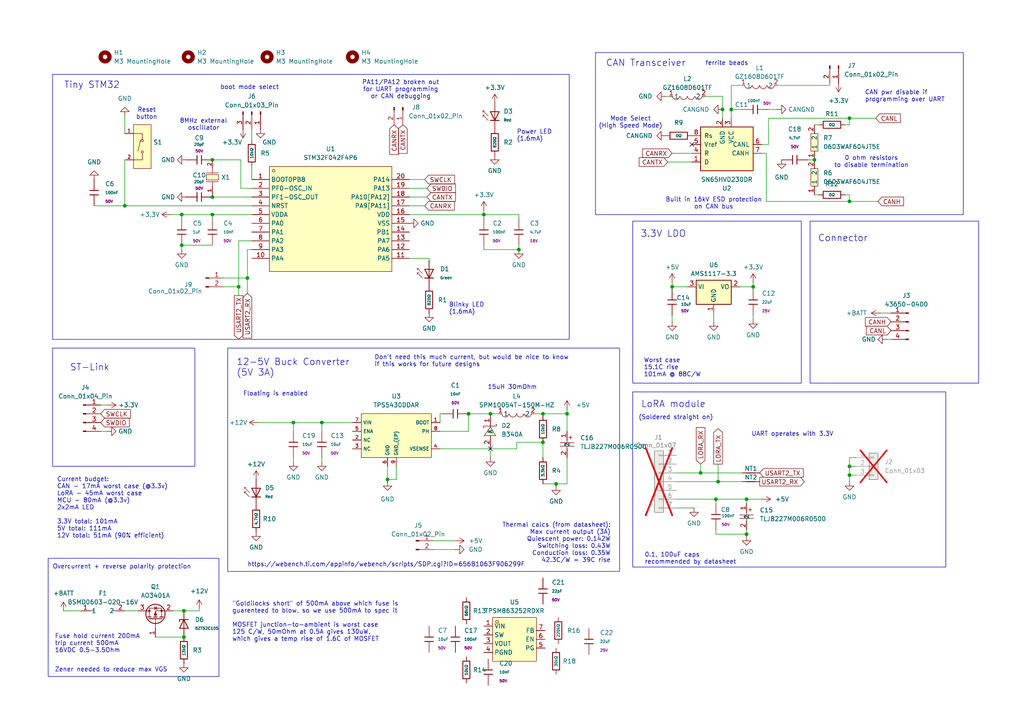
<source format=kicad_sch>
(kicad_sch (version 20250114) (generator "eeschema") (generator_version "9.0")
  (paper "A4")
  (rectangle (start 66.04 100.965) (end 179.705 165.735))
  (rectangle (start 234.95 64.135) (end 283.845 111.125))
  (rectangle (start 15.24 100.965) (end 56.515 135.255))
  (rectangle (start 13.97 161.925) (end 63.5 196.215))
  (rectangle (start 183.515 113.665) (end 274.32 164.465))
  (rectangle (start 172.72 15.24) (end 279.4 62.23))
  (rectangle (start 15.24 21.59) (end 165.1 98.425))
  (rectangle (start 183.515 64.135) (end 232.41 111.125))
  (text "Mode Select\n(High Speed Mode)\n" (at 182.88 35.56 0) (effects (font (size 1.27 1.27))))
  (text "8MHz external\noscillator" (at 59.055 36.195 0) (effects (font (size 1.27 1.27))))
  (text "15uH 30mOhm" (at 148.59 112.395 0) (effects (font (size 1.27 1.27))))
  (text "ST-Link" (at 26.035 106.68 0) (effects (font (size 1.905 1.905))))
  (text "0 ohm resistors\nto disable termination" (at 252.73 46.99 0) (effects (font (size 1.27 1.27))))
  (text "0.1, 100uF caps\nrecommended by datasheet" (at 186.944 162.052 0) (effects (font (size 1.27 1.27)) (justify left)))
  (text "12-5V Buck Converter\n(5V 3A)" (at 68.58 106.68 0) (effects (font (size 1.905 1.905)) (justify left)))
  (text "Floating is enabled" (at 70.485 114.3 0) (effects (font (size 1.27 1.27)) (justify left)))
  (text "CAN Transceiver" (at 187.325 18.415 0) (effects (font (size 1.905 1.905))))
  (text "(Soldered straight on)" (at 185.166 121.158 0) (effects (font (size 1.27 1.27)) (justify left)))
  (text "https://webench.ti.com/appinfo/webench/scripts/SDP.cgi?ID=656B1063F906299F" (at 71.755 163.83 0) (effects (font (size 1.27 1.27)) (justify left)))
  (text "Fuse hold current 200mA\ntrip current 500mA\n16VDC 0.5-3.5Ohm" (at 15.875 186.69 0) (effects (font (size 1.27 1.27)) (justify left)))
  (text "UART operates with 3.3V" (at 217.932 125.984 0) (effects (font (size 1.27 1.27)) (justify left)))
  (text "PA11/PA12 broken out\nfor UART programming\nor CAN debugging" (at 116.205 26.035 0) (effects (font (size 1.27 1.27))))
  (text "ferrite beads" (at 210.82 18.415 0) (effects (font (size 1.27 1.27))))
  (text "Current budget:\nCAN - 17mA worst case (@3.3v)\nLoRA - 45mA worst case\nMCU - 80mA (@3.3v)\n2x2mA LED\n\n3.3V total: 101mA\n5V total: 111mA\n12V total: 51mA (90% efficient)" (at 16.51 147.32 0) (effects (font (size 1.27 1.27)) (justify left)))
  (text "Zener needed to reduce max VGS" (at 15.875 194.31 0) (effects (font (size 1.27 1.27)) (justify left)))
  (text "Built in 16kV ESD protection\non CAN bus" (at 207.01 59.055 0) (effects (font (size 1.27 1.27))))
  (text "Connector" (at 244.475 69.215 0) (effects (font (size 1.905 1.905))))
  (text "Reset\nbutton" (at 42.545 33.02 0) (effects (font (size 1.27 1.27))))
  (text "Worst case\n15.1C rise\n101mA @ 88C/W" (at 186.69 106.68 0) (effects (font (size 1.27 1.27)) (justify left)))
  (text "boot mode select" (at 72.39 25.4 0) (effects (font (size 1.27 1.27))))
  (text "Thermal calcs (from datasheet):\nMax current output (3A)\nQuiescent power: 0.142W\nSwitching loss: 0.43W\nConduction loss: 0.35W\n42.3C/W = 39C rise" (at 177.165 157.48 0) (effects (font (size 1.27 1.27)) (justify right)))
  (text "CAN pwr disable if \nprogramming over UART" (at 250.825 27.94 0) (effects (font (size 1.27 1.27)) (justify left)))
  (text "LoRA module" (at 195.326 117.348 0) (effects (font (size 1.905 1.905))))
  (text "3.3V LDO" (at 192.405 67.945 0) (effects (font (size 1.905 1.905))))
  (text "Tiny STM32" (at 26.67 24.765 0) (effects (font (size 1.905 1.905))))
  (text "\"Goldilocks short\" of 500mA above which fuse is \nguarenteed to blow, so we use 500mA to spec it\n\nMOSFET junction-to-ambient is worst case\n125 C/W, 50mOhm at 0.5A gives 130uW, \nwhich gives a temp rise of 1.6C of MOSFET" (at 67.31 180.34 0) (effects (font (size 1.27 1.27)) (justify left)))
  (text "Overcurrent + reverse polarity protection" (at 15.24 164.465 0) (effects (font (size 1.27 1.27)) (justify left)))
  (text "Blinky LED\n(1.6mA)" (at 130.175 89.535 0) (effects (font (size 1.27 1.27)) (justify left)))
  (text "Don't need this much current, but would be nice to know\nif this works for future designs" (at 108.585 104.775 0) (effects (font (size 1.27 1.27)) (justify left)))
  (text "Power LED\n(1.6mA)" (at 149.86 39.37 0) (effects (font (size 1.27 1.27)) (justify left)))
  (junction (at 209.55 31.75))
  (junction (at 246.38 137.795))
  (junction (at 212.09 31.75))
  (junction (at 207.645 144.78))
  (junction (at 53.34 184.785))
  (junction (at 61.595 46.355))
  (junction (at 216.535 154.94))
  (junction (at 61.595 62.23))
  (junction (at 71.755 80.645))
  (junction (at 157.48 128.27))
  (junction (at 161.29 140.335))
  (junction (at 246.38 34.29))
  (junction (at 194.945 83.185))
  (junction (at 135.89 120.015))
  (junction (at 203.2 137.16))
  (junction (at 52.705 71.12))
  (junction (at 246.38 135.255))
  (junction (at 142.24 120.015))
  (junction (at 150.495 72.39))
  (junction (at 52.705 62.23))
  (junction (at 53.34 177.165))
  (junction (at 112.395 139.065))
  (junction (at 246.38 58.42))
  (junction (at 36.195 59.69))
  (junction (at 140.335 62.23))
  (junction (at 208.28 139.7))
  (junction (at 216.535 144.78))
  (junction (at 236.22 46.355))
  (junction (at 157.48 120.015))
  (junction (at 164.465 120.015))
  (junction (at 69.215 83.185))
  (junction (at 218.44 83.185))
  (junction (at 93.345 122.555))
  (junction (at 85.09 122.555))
  (junction (at 61.595 57.15))
  (no_connect (at 200.66 41.91))
  (no_connect (at 142.24 130.175))
  (wire (pts (xy 118.745 52.07) (xy 123.19 52.07)))
  (wire (pts (xy 118.745 74.93) (xy 124.46 74.93)))
  (wire (pts (xy 212.09 31.75) (xy 215.265 31.75)))
  (wire (pts (xy 209.55 31.75) (xy 209.55 34.29)))
  (wire (pts (xy 194.945 44.45) (xy 200.66 44.45)))
  (wire (pts (xy 112.395 139.065) (xy 112.395 139.7)))
  (wire (pts (xy 69.85 54.61) (xy 73.025 54.61)))
  (wire (pts (xy 196.215 139.7) (xy 208.28 139.7)))
  (wire (pts (xy 52.705 63.5) (xy 52.705 62.23)))
  (wire (pts (xy 64.77 80.645) (xy 71.755 80.645)))
  (wire (pts (xy 27.305 59.69) (xy 36.195 59.69)))
  (wire (pts (xy 36.195 38.735) (xy 36.195 33.655)))
  (wire (pts (xy 240.665 24.765) (xy 240.665 24.13)))
  (wire (pts (xy 203.2 134.62) (xy 203.2 137.16)))
  (wire (pts (xy 212.09 31.75) (xy 212.09 34.29)))
  (wire (pts (xy 246.38 56.515) (xy 246.38 58.42)))
  (wire (pts (xy 140.335 63.5) (xy 140.335 62.23)))
  (wire (pts (xy 161.29 140.97) (xy 161.29 140.335)))
  (wire (pts (xy 236.22 36.195) (xy 237.49 36.195)))
  (wire (pts (xy 45.085 184.785) (xy 53.34 184.785)))
  (wire (pts (xy 64.77 83.185) (xy 69.215 83.185)))
  (wire (pts (xy 164.465 125.095) (xy 164.465 120.015)))
  (wire (pts (xy 69.215 69.85) (xy 73.025 69.85)))
  (wire (pts (xy 52.705 62.23) (xy 61.595 62.23)))
  (wire (pts (xy 123.19 59.69) (xy 118.745 59.69)))
  (wire (pts (xy 71.755 72.39) (xy 73.025 72.39)))
  (wire (pts (xy 114.935 135.255) (xy 114.935 139.065)))
  (wire (pts (xy 216.535 153.67) (xy 216.535 154.94)))
  (wire (pts (xy 73.025 37.465) (xy 73.025 40.64)))
  (wire (pts (xy 149.86 128.27) (xy 149.86 130.175)))
  (wire (pts (xy 118.745 54.61) (xy 123.825 54.61)))
  (wire (pts (xy 125.73 159.385) (xy 132.08 159.385)))
  (wire (pts (xy 61.595 63.5) (xy 61.595 62.23)))
  (wire (pts (xy 36.195 59.69) (xy 73.025 59.69)))
  (wire (pts (xy 207.645 144.78) (xy 216.535 144.78)))
  (wire (pts (xy 127.635 120.015) (xy 128.27 120.015)))
  (wire (pts (xy 222.885 41.91) (xy 220.98 41.91)))
  (wire (pts (xy 194.945 83.185) (xy 199.39 83.185)))
  (wire (pts (xy 69.215 83.185) (xy 69.215 69.85)))
  (wire (pts (xy 112.395 135.255) (xy 112.395 139.065)))
  (wire (pts (xy 132.08 156.845) (xy 125.73 156.845)))
  (wire (pts (xy 112.395 139.065) (xy 114.935 139.065)))
  (wire (pts (xy 52.705 72.39) (xy 52.705 71.12)))
  (wire (pts (xy 218.44 81.915) (xy 218.44 83.185)))
  (wire (pts (xy 61.595 62.23) (xy 73.025 62.23)))
  (wire (pts (xy 222.25 58.42) (xy 246.38 58.42)))
  (wire (pts (xy 161.29 140.335) (xy 164.465 140.335)))
  (wire (pts (xy 57.785 177.165) (xy 57.785 176.53)))
  (wire (pts (xy 196.215 137.16) (xy 203.2 137.16)))
  (wire (pts (xy 245.11 36.195) (xy 246.38 36.195)))
  (wire (pts (xy 149.86 128.27) (xy 157.48 128.27)))
  (wire (pts (xy 69.85 46.355) (xy 69.85 54.61)))
  (wire (pts (xy 150.495 62.23) (xy 140.335 62.23)))
  (wire (pts (xy 93.345 133.985) (xy 93.345 132.715)))
  (wire (pts (xy 50.165 177.165) (xy 53.34 177.165)))
  (wire (pts (xy 216.535 144.78) (xy 216.535 146.05)))
  (wire (pts (xy 85.09 122.555) (xy 85.09 125.095)))
  (wire (pts (xy 85.09 122.555) (xy 74.93 122.555)))
  (wire (pts (xy 246.38 139.7) (xy 246.38 137.795)))
  (wire (pts (xy 93.345 125.095) (xy 93.345 122.555)))
  (wire (pts (xy 127.635 130.175) (xy 149.86 130.175)))
  (wire (pts (xy 31.115 125.095) (xy 29.21 125.095)))
  (wire (pts (xy 61.595 46.355) (xy 69.85 46.355)))
  (wire (pts (xy 201.295 147.32) (xy 196.215 147.32)))
  (wire (pts (xy 142.24 120.015) (xy 144.78 120.015)))
  (wire (pts (xy 85.09 122.555) (xy 93.345 122.555)))
  (wire (pts (xy 73.025 48.26) (xy 73.025 52.07)))
  (wire (pts (xy 135.89 120.015) (xy 142.24 120.015)))
  (wire (pts (xy 194.945 93.345) (xy 194.945 91.44)))
  (wire (pts (xy 124.46 74.93) (xy 124.46 75.565)))
  (wire (pts (xy 118.745 62.23) (xy 140.335 62.23)))
  (wire (pts (xy 257.175 98.425) (xy 258.445 98.425)))
  (wire (pts (xy 157.48 120.015) (xy 164.465 120.015)))
  (wire (pts (xy 194.945 83.82) (xy 194.945 83.185)))
  (wire (pts (xy 196.215 144.78) (xy 207.645 144.78)))
  (wire (pts (xy 140.335 72.39) (xy 140.335 71.12)))
  (wire (pts (xy 150.495 72.39) (xy 150.495 71.12)))
  (wire (pts (xy 140.335 72.39) (xy 150.495 72.39)))
  (wire (pts (xy 127.635 125.095) (xy 135.89 125.095)))
  (wire (pts (xy 222.25 44.45) (xy 220.98 44.45)))
  (wire (pts (xy 71.755 85.09) (xy 71.755 80.645)))
  (wire (pts (xy 216.535 155.575) (xy 216.535 154.94)))
  (wire (pts (xy 234.315 46.355) (xy 236.22 46.355)))
  (wire (pts (xy 207.01 90.805) (xy 207.01 93.345)))
  (wire (pts (xy 203.2 137.16) (xy 215.265 137.16)))
  (wire (pts (xy 53.34 177.165) (xy 57.785 177.165)))
  (wire (pts (xy 222.885 34.29) (xy 246.38 34.29)))
  (wire (pts (xy 157.48 120.015) (xy 157.48 120.65)))
  (wire (pts (xy 69.215 85.725) (xy 69.215 83.185)))
  (wire (pts (xy 154.94 120.015) (xy 157.48 120.015)))
  (wire (pts (xy 222.885 34.29) (xy 222.885 41.91)))
  (wire (pts (xy 237.49 56.515) (xy 236.22 56.515)))
  (wire (pts (xy 209.55 27.94) (xy 209.55 31.75)))
  (wire (pts (xy 127.635 122.555) (xy 127.635 120.015)))
  (wire (pts (xy 36.195 46.355) (xy 36.195 59.69)))
  (wire (pts (xy 246.38 135.255) (xy 248.285 135.255)))
  (wire (pts (xy 246.38 34.29) (xy 254 34.29)))
  (wire (pts (xy 49.53 62.23) (xy 52.705 62.23)))
  (wire (pts (xy 218.44 92.71) (xy 218.44 91.44)))
  (wire (pts (xy 161.29 140.335) (xy 157.48 140.335)))
  (wire (pts (xy 208.28 134.62) (xy 208.28 139.7)))
  (wire (pts (xy 140.335 60.96) (xy 140.335 62.23)))
  (wire (pts (xy 200.66 46.99) (xy 193.675 46.99)))
  (wire (pts (xy 157.48 128.27) (xy 157.48 132.715)))
  (wire (pts (xy 255.27 90.805) (xy 258.445 90.805)))
  (wire (pts (xy 31.115 117.475) (xy 29.21 117.475)))
  (wire (pts (xy 208.28 139.7) (xy 215.265 139.7)))
  (wire (pts (xy 246.38 58.42) (xy 254.635 58.42)))
  (wire (pts (xy 246.38 132.715) (xy 248.285 132.715)))
  (wire (pts (xy 123.825 57.15) (xy 118.745 57.15)))
  (wire (pts (xy 164.465 132.715) (xy 164.465 140.335)))
  (wire (pts (xy 216.535 144.78) (xy 220.98 144.78)))
  (wire (pts (xy 216.535 154.94) (xy 207.645 154.94)))
  (wire (pts (xy 225.425 24.765) (xy 240.665 24.765)))
  (wire (pts (xy 36.195 177.165) (xy 40.005 177.165)))
  (wire (pts (xy 207.645 146.05) (xy 207.645 144.78)))
  (wire (pts (xy 246.38 36.195) (xy 246.38 34.29)))
  (wire (pts (xy 207.645 154.94) (xy 207.645 153.67)))
  (wire (pts (xy 193.04 27.94) (xy 194.31 27.94)))
  (wire (pts (xy 246.38 137.795) (xy 246.38 135.255)))
  (wire (pts (xy 245.11 56.515) (xy 246.38 56.515)))
  (wire (pts (xy 71.755 80.645) (xy 71.755 72.39)))
  (wire (pts (xy 135.89 125.095) (xy 135.89 120.015)))
  (wire (pts (xy 73.025 57.15) (xy 61.595 57.15)))
  (wire (pts (xy 142.24 132.715) (xy 142.24 130.175)))
  (wire (pts (xy 18.415 177.165) (xy 23.495 177.165)))
  (wire (pts (xy 150.495 63.5) (xy 150.495 62.23)))
  (wire (pts (xy 212.09 24.765) (xy 212.09 31.75)))
  (wire (pts (xy 164.465 120.015) (xy 164.465 118.745)))
  (wire (pts (xy 52.705 71.12) (xy 61.595 71.12)))
  (wire (pts (xy 218.44 83.185) (xy 218.44 83.82)))
  (wire (pts (xy 85.09 133.985) (xy 85.09 132.715)))
  (wire (pts (xy 209.55 27.94) (xy 204.47 27.94)))
  (wire (pts (xy 215.265 24.765) (xy 212.09 24.765)))
  (wire (pts (xy 218.44 83.185) (xy 214.63 83.185)))
  (wire (pts (xy 222.25 58.42) (xy 222.25 44.45)))
  (wire (pts (xy 246.38 135.255) (xy 246.38 132.715)))
  (wire (pts (xy 61.595 57.15) (xy 61.595 56.515)))
  (wire (pts (xy 246.38 137.795) (xy 248.285 137.795)))
  (wire (pts (xy 93.345 122.555) (xy 102.235 122.555)))
  (wire (pts (xy 194.945 81.915) (xy 194.945 83.185)))
  (wire (pts (xy 225.425 31.75) (xy 222.885 31.75)))
  (global_label "CANH" (shape input) (at 258.445 93.345 180) (property "Intersheetrefs" "${INTERSHEET_REFS}" (effects (hide yes))))
  (global_label "USART2_TX" (shape input) (at 220.345 137.16 0) (property "Intersheetrefs" "${INTERSHEET_REFS}" (effects (hide yes))))
  (global_label "CANRX" (shape input) (at 194.945 44.45 180) (property "Intersheetrefs" "${INTERSHEET_REFS}" (effects (hide yes))))
  (global_label "SWCLK" (shape input) (at 29.21 120.015 0) (property "Intersheetrefs" "${INTERSHEET_REFS}" (effects (hide yes))))
  (global_label "SWCLK" (shape input) (at 123.19 52.07 0) (property "Intersheetrefs" "${INTERSHEET_REFS}" (effects (hide yes))))
  (global_label "CANRX" (shape input) (at 114.3 36.195 270) (property "Intersheetrefs" "${INTERSHEET_REFS}" (effects (hide yes))))
  (global_label "CANTX" (shape input) (at 193.675 46.99 180) (property "Intersheetrefs" "${INTERSHEET_REFS}" (effects (hide yes))))
  (global_label "CANH" (shape input) (at 254.635 58.42 0) (property "Intersheetrefs" "${INTERSHEET_REFS}" (effects (hide yes))))
  (global_label "LORA_TX" (shape output) (at 208.28 134.62 90) (property "Intersheetrefs" "${INTERSHEET_REFS}" (effects (hide yes))))
  (global_label "USART2_RX" (shape output) (at 220.345 139.7 0) (property "Intersheetrefs" "${INTERSHEET_REFS}" (effects (hide yes))))
  (global_label "CANRX" (shape input) (at 123.19 59.69 0) (property "Intersheetrefs" "${INTERSHEET_REFS}" (effects (hide yes))))
  (global_label "CANTX" (shape input) (at 116.84 36.195 270) (property "Intersheetrefs" "${INTERSHEET_REFS}" (effects (hide yes))))
  (global_label "USART2_RX" (shape input) (at 71.755 85.09 270) (property "Intersheetrefs" "${INTERSHEET_REFS}" (effects (hide yes))))
  (global_label "USART2_TX" (shape output) (at 69.215 85.725 270) (property "Intersheetrefs" "${INTERSHEET_REFS}" (effects (hide yes))))
  (global_label "SWDIO" (shape input) (at 29.21 122.555 0) (property "Intersheetrefs" "${INTERSHEET_REFS}" (effects (hide yes))))
  (global_label "LORA_RX" (shape input) (at 203.2 134.62 90) (property "Intersheetrefs" "${INTERSHEET_REFS}" (effects (hide yes))))
  (global_label "SWDIO" (shape input) (at 123.825 54.61 0) (property "Intersheetrefs" "${INTERSHEET_REFS}" (effects (hide yes))))
  (global_label "CANL" (shape input) (at 258.445 95.885 180) (property "Intersheetrefs" "${INTERSHEET_REFS}" (effects (hide yes))))
  (global_label "CANL" (shape input) (at 254 34.29 0) (property "Intersheetrefs" "${INTERSHEET_REFS}" (effects (hide yes))))
  (global_label "CANTX" (shape input) (at 123.825 57.15 0) (property "Intersheetrefs" "${INTERSHEET_REFS}" (effects (hide yes))))
  (symbol (lib_id "power:+3.3V") (at 243.205 24.13 180) (unit 1)
    (property "Reference" "#PWR044" (effects (hide yes)))
    (property "Value" "+3.3V" (at 243.205 29.21 0))
    (property "Description" "Power symbol creates a global label with name \"+3.3V\"" (effects (hide yes)))
  )
  (symbol (lib_id "power:GND") (at 112.395 139.7 0) (unit 1)
    (property "Reference" "#PWR034" (effects (hide yes)))
    (property "Value" "GND" (at 112.395 144.78 0))
    (property "Description" "Power symbol creates a global label with name \"GND\" , ground" (effects (hide yes)))
  )
  (symbol (lib_id "PCM_JLCPCB-Capacitors:0603,22pF") (at 157.48 171.45 0) (unit 1)
    (property "Reference" "C21" (at 160.02 168.9099 0) (effects (justify left)))
    (property "Value" "22pF" (at 160.02 171.45 0) (effects (font (size 0.8 0.8)) (justify left)))
    (property "Footprint" "PCM_JLCPCB:C_0603" (effects (hide yes)))
    (property "Datasheet" "https://www.lcsc.com/datasheet/lcsc_datasheet_2304140030_Samsung-Electro-Mechanics-CL10C220JB8NNNC_C1653.pdf" (effects (hide yes)))
    (property "Description" "50V 22pF C0G ±5% 0603 Multilayer Ceramic Capacitors MLCC - SMD/SMT ROHS" (effects (hide yes)))
    (property "LCSC" "C1653" (effects (hide yes)))
    (property "Stock" "1583478" (effects (hide yes)))
    (property "Price" "0.008USD" (effects (hide yes)))
    (property "Process" "SMT" (effects (hide yes)))
    (property "Minimum Qty" "20" (effects (hide yes)))
    (property "Attrition Qty" "10" (effects (hide yes)))
    (property "Class" "Basic Component" (effects (hide yes)))
    (property "Category" "Capacitors,Multilayer Ceramic Capacitors MLCC - SMD/SMT" (effects (hide yes)))
    (property "Manufacturer" "Samsung Electro-Mechanics" (effects (hide yes)))
    (property "Part" "CL10C220JB8NNNC" (effects (hide yes)))
    (property "Voltage Rated" "50V" (at 160.02 173.99 0) (effects (font (size 0.8 0.8)) (justify left)))
    (property "Tolerance" "±5%" (effects (hide yes)))
    (property "Capacitance" "22pF" (effects (hide yes)))
    (property "Temperature Coefficient" "C0G" (effects (hide yes)))
  )
  (symbol (lib_id "PCM_JLCPCB-Diodes:LED,0805,Red") (at 143.51 33.655 0) (unit 1)
    (property "Reference" "D3" (at 146.05 32.2896 0) (effects (justify left)))
    (property "Value" "Red" (at 146.05 34.8297 0) (effects (font (size 0.8 0.8)) (justify left)))
    (property "Footprint" "PCM_JLCPCB:D_0805" (effects (hide yes)))
    (property "Datasheet" "https://www.lcsc.com/datasheet/lcsc_datasheet_2409272203_Foshan-NationStar-Optoelectronics-NCD0805R1_C84256.pdf" (effects (hide yes)))
    (property "Description" "25mA Colorless transparent lens 67mcd~195mcd -30°C~+85°C 615nm~630nm Individual diode Red 130° 65mW 1.6V~2.6V 0805 LED Indication - Discrete ROHS" (effects (hide yes)))
    (property "LCSC" "C84256" (effects (hide yes)))
    (property "Stock" "3045865" (effects (hide yes)))
    (property "Price" "0.016USD" (effects (hide yes)))
    (property "Process" "SMT" (effects (hide yes)))
    (property "Minimum Qty" "20" (effects (hide yes)))
    (property "Attrition Qty" "10" (effects (hide yes)))
    (property "Class" "Basic Component" (effects (hide yes)))
    (property "Category" "Optoelectronics,Light Emitting Diodes (LED)" (effects (hide yes)))
    (property "Manufacturer" "Foshan NationStar Optoelectronics" (effects (hide yes)))
    (property "Part" "NCD0805R1" (effects (hide yes)))
    (property "Operating Temperature" "-30°C~+85°C" (effects (hide yes)))
    (property "Viewing Angle" "130°" (effects (hide yes)))
    (property "Forward Current" "25mA" (effects (hide yes)))
    (property "Forward Voltage (VF)" "1.6V~2.6V" (effects (hide yes)))
    (property "Luminous Intensity" "67mcd~195mcd" (effects (hide yes)))
    (property "Dominant Wavelength" "615nm~630nm" (effects (hide yes)))
    (property "Power Dissipation" "65mW" (effects (hide yes)))
    (property "Emitted Color" "Red" (effects (hide yes)))
    (property "Diode Configuration" "Independent Diode" (effects (hide yes)))
    (property "Lens Color" "Colorless Transparent Lens" (effects (hide yes)))
  )
  (symbol (lib_id "Device:NetTie_2") (at 217.805 139.7 0) (unit 1) (in_bom no)
    (property "Reference" "NT2" (at 217.805 138.43 0))
    (property "Value" "NetTie_2" (effects (hide yes)))
    (property "Description" "Net tie, 2 pins" (effects (hide yes)))
  )
  (symbol (lib_id "power:GND") (at 150.495 72.39 0) (unit 1)
    (property "Reference" "#PWR02" (effects (hide yes)))
    (property "Value" "GND" (at 150.495 76.835 0))
    (property "Description" "Power symbol creates a global label with name \"GND\" , ground" (effects (hide yes)))
  )
  (symbol (lib_id "PCM_JLCPCB-Resistors:0603,10kΩ") (at 135.255 194.31 180) (unit 1)
    (property "Reference" "R14" (at 137.16 194.3099 0) (effects (justify right)))
    (property "Value" "10kΩ" (at 135.255 194.31 90) (effects (font (size 0.8 0.8))))
    (property "Footprint" "PCM_JLCPCB:R_0603" (effects (hide yes)))
    (property "Datasheet" "https://www.lcsc.com/datasheet/lcsc_datasheet_2206010045_UNI-ROYAL-Uniroyal-Elec-0603WAF1002T5E_C25804.pdf" (effects (hide yes)))
    (property "Description" "100mW Thick Film Resistors 75V ±100ppm/°C ±1% 10kΩ 0603 Chip Resistor - Surface Mount ROHS" (effects (hide yes)))
    (property "LCSC" "C25804" (effects (hide yes)))
    (property "Stock" "28080725" (effects (hide yes)))
    (property "Price" "0.004USD" (effects (hide yes)))
    (property "Process" "SMT" (effects (hide yes)))
    (property "Minimum Qty" "20" (effects (hide yes)))
    (property "Attrition Qty" "10" (effects (hide yes)))
    (property "Class" "Basic Component" (effects (hide yes)))
    (property "Category" "Resistors,Chip Resistor - Surface Mount" (effects (hide yes)))
    (property "Manufacturer" "UNI-ROYAL(Uniroyal Elec)" (effects (hide yes)))
    (property "Part" "0603WAF1002T5E" (effects (hide yes)))
    (property "Resistance" "10kΩ" (effects (hide yes)))
    (property "Power(Watts)" "100mW" (effects (hide yes)))
    (property "Type" "Thick Film Resistors" (effects (hide yes)))
    (property "Overload Voltage (Max)" "75V" (effects (hide yes)))
    (property "Operating Temperature Range" "-55°C~+155°C" (effects (hide yes)))
    (property "Tolerance" "±1%" (effects (hide yes)))
    (property "Temperature Coefficient" "±100ppm/°C" (effects (hide yes)))
  )
  (symbol (lib_id "power:GND") (at 161.29 140.97 0) (unit 1)
    (property "Reference" "#PWR037" (effects (hide yes)))
    (property "Value" "GND" (at 161.29 145.415 0))
    (property "Description" "Power symbol creates a global label with name \"GND\" , ground" (effects (hide yes)))
  )
  (symbol (lib_id "PCM_JLCPCB-Capacitors:0603,20pF") (at 57.785 57.15 90) (unit 1)
    (property "Reference" "C10" (at 57.785 50.8 90))
    (property "Value" "20pF" (at 57.785 52.705 90) (effects (font (size 0.8 0.8))))
    (property "Footprint" "PCM_JLCPCB:C_0603" (effects (hide yes)))
    (property "Datasheet" "https://www.lcsc.com/datasheet/lcsc_datasheet_2304140030_Samsung-Electro-Mechanics-CL10C200JB8NNNC_C1648.pdf" (effects (hide yes)))
    (property "Description" "50V 20pF C0G ±5% 0603 Multilayer Ceramic Capacitors MLCC - SMD/SMT ROHS" (effects (hide yes)))
    (property "LCSC" "C1648" (effects (hide yes)))
    (property "Stock" "2194576" (effects (hide yes)))
    (property "Price" "0.008USD" (effects (hide yes)))
    (property "Process" "SMT" (effects (hide yes)))
    (property "Minimum Qty" "20" (effects (hide yes)))
    (property "Attrition Qty" "10" (effects (hide yes)))
    (property "Class" "Basic Component" (effects (hide yes)))
    (property "Category" "Capacitors,Multilayer Ceramic Capacitors MLCC - SMD/SMT" (effects (hide yes)))
    (property "Manufacturer" "Samsung Electro-Mechanics" (effects (hide yes)))
    (property "Part" "CL10C200JB8NNNC" (effects (hide yes)))
    (property "Voltage Rated" "50V" (at 57.785 54.61 90) (effects (font (size 0.8 0.8))))
    (property "Tolerance" "±5%" (effects (hide yes)))
    (property "Capacitance" "20pF" (effects (hide yes)))
    (property "Temperature Coefficient" "C0G" (effects (hide yes)))
  )
  (symbol (lib_id "PCM_JLCPCB-Resistors:0603,10kΩ") (at 157.48 124.46 0) (unit 1)
    (property "Reference" "R8" (at 160.02 124.4599 0) (effects (justify left)))
    (property "Value" "10kΩ" (at 157.48 124.46 90) (effects (font (size 0.8 0.8))))
    (property "Footprint" "PCM_JLCPCB:R_0603" (effects (hide yes)))
    (property "Datasheet" "https://www.lcsc.com/datasheet/lcsc_datasheet_2206010045_UNI-ROYAL-Uniroyal-Elec-0603WAF1002T5E_C25804.pdf" (effects (hide yes)))
    (property "Description" "100mW Thick Film Resistors 75V ±100ppm/°C ±1% 10kΩ 0603 Chip Resistor - Surface Mount ROHS" (effects (hide yes)))
    (property "LCSC" "C25804" (effects (hide yes)))
    (property "Stock" "28080725" (effects (hide yes)))
    (property "Price" "0.004USD" (effects (hide yes)))
    (property "Process" "SMT" (effects (hide yes)))
    (property "Minimum Qty" "20" (effects (hide yes)))
    (property "Attrition Qty" "10" (effects (hide yes)))
    (property "Class" "Basic Component" (effects (hide yes)))
    (property "Category" "Resistors,Chip Resistor - Surface Mount" (effects (hide yes)))
    (property "Manufacturer" "UNI-ROYAL(Uniroyal Elec)" (effects (hide yes)))
    (property "Part" "0603WAF1002T5E" (effects (hide yes)))
    (property "Resistance" "10kΩ" (effects (hide yes)))
    (property "Power(Watts)" "100mW" (effects (hide yes)))
    (property "Type" "Thick Film Resistors" (effects (hide yes)))
    (property "Overload Voltage (Max)" "75V" (effects (hide yes)))
    (property "Operating Temperature Range" "-55°C~+155°C" (effects (hide yes)))
    (property "Tolerance" "±1%" (effects (hide yes)))
    (property "Temperature Coefficient" "±100ppm/°C" (effects (hide yes)))
  )
  (symbol (lib_id "power:GND") (at 52.705 72.39 0) (unit 1)
    (property "Reference" "#PWR03" (effects (hide yes)))
    (property "Value" "GND" (at 52.705 76.835 0))
    (property "Description" "Power symbol creates a global label with name \"GND\" , ground" (effects (hide yes)))
  )
  (symbol (lib_id "Connector:Conn_01x02_Pin") (at 59.69 80.645 0) (unit 1)
    (property "Reference" "J9" (at 54.61 82.55 0))
    (property "Value" "Conn_01x02_Pin" (at 50.8 84.455 0))
    (property "Footprint" "Connector_PinHeader_2.54mm:PinHeader_1x02_P2.54mm_Vertical" (effects (hide yes)))
    (property "Description" "Generic connector, single row, 01x02, script generated" (effects (hide yes)))
  )
  (symbol (lib_id "easyeda2kicad:SPM10054T-150M-HZ") (at 149.86 120.015 0) (unit 1)
    (property "Reference" "L4" (at 149.86 114.935 0))
    (property "Value" "SPM10054T-150M-HZ" (at 149.86 117.475 0))
    (property "Footprint" "easyeda2kicad:IND-SMD_L10.7-W10.0" (effects (hide yes)))
    (property "Datasheet" "https://lcsc.com/product-detail/Power-Inductors_TDK-SPM10054T-150M-HZ_C404838.html" (effects (hide yes)))
    (property "LCSC Part" "C404838" (effects (hide yes)))
  )
  (symbol (lib_name "SN65HVD230_1") (lib_id "Interface_CAN_LIN:SN65HVD230") (at 210.82 44.45 0) (mirror x) (unit 1)
    (property "Reference" "U2" (at 210.82 54.61 0))
    (property "Value" "SN65HVD230DR" (at 210.82 52.07 0))
    (property "Footprint" "Package_SO:SOIC-8_3.9x4.9mm_P1.27mm" (effects (hide yes)))
    (property "Datasheet" "http://www.ti.com/lit/ds/symlink/sn65hvd230.pdf" (effects (hide yes)))
    (property "Description" "CAN Bus Transceivers, 3.3V, 1Mbps, Low-Power capabilities, SOIC-8" (effects (hide yes)))
  )
  (symbol (lib_id "power:+BATT") (at 18.415 177.165 0) (unit 1)
    (property "Reference" "#PWR039" (effects (hide yes)))
    (property "Value" "+BATT" (at 18.415 172.085 0))
    (property "Description" "Power symbol creates a global label with name \"+BATT\"" (effects (hide yes)))
  )
  (symbol (lib_id "Connector:Conn_01x02_Pin") (at 116.84 31.115 270) (unit 1)
    (property "Reference" "J8" (at 120.65 31.115 90))
    (property "Value" "Conn_01x02_Pin" (at 126.365 33.655 90))
    (property "Footprint" "Connector_PinHeader_2.54mm:PinHeader_1x02_P2.54mm_Vertical" (effects (hide yes)))
    (property "Description" "Generic connector, single row, 01x02, script generated" (effects (hide yes)))
  )
  (symbol (lib_id "easyeda2kicad:TPSM863252RDXR") (at 149.225 185.42 0) (unit 1)
    (property "Reference" "U5" (at 149.225 174.625 0))
    (property "Value" "TPSM863252RDXR" (at 149.225 177.165 0))
    (property "Footprint" "easyeda2kicad:QFN-7_L4.0-W3.3_TPSM863257RDXR" (effects (hide yes)))
    (property "LCSC Part" "C19632640" (effects (hide yes)))
  )
  (symbol (lib_id "Connector_Generic:Conn_01x03") (at 253.365 135.255 0) (unit 1) (in_bom no) (dnp yes)
    (property "Reference" "J2" (at 256.54 133.9849 0) (effects (justify left)))
    (property "Value" "Conn_01x03" (at 256.54 136.5249 0) (effects (justify left)))
    (property "Footprint" "Connector_PinHeader_2.54mm:PinHeader_1x03_P2.54mm_Vertical" (effects (hide yes)))
    (property "Description" "Generic connector, single row, 01x03, script generated (kicad-library-utils/schlib/autogen/connector/)" (effects (hide yes)))
  )
  (symbol (lib_id "PCM_JLCPCB-Diodes:Zener,BZT52C10S") (at 53.34 180.975 180) (unit 1)
    (property "Reference" "D6" (at 56.515 179.7049 0) (effects (justify right)))
    (property "Value" "BZT52C10S" (at 56.515 182.245 0) (effects (font (size 0.8 0.8)) (justify right)))
    (property "Footprint" "PCM_JLCPCB:D_SOD-323" (effects (hide yes)))
    (property "Datasheet" "https://wmsc.lcsc.com/wmsc/upload/file/pdf/v2/lcsc/2403280435_hongjiacheng-BZT52C10S_C19077446.pdf" (effects (hide yes)))
    (property "Description" "Independent Type 200mW 9.4V~10.6V 10V SOD-323 Zener Diodes ROHS" (effects (hide yes)))
    (property "LCSC" "C19077446" (effects (hide yes)))
    (property "Stock" "178615" (effects (hide yes)))
    (property "Price" "0.019USD" (effects (hide yes)))
    (property "Process" "SMT" (effects (hide yes)))
    (property "Minimum Qty" "20" (effects (hide yes)))
    (property "Attrition Qty" "6" (effects (hide yes)))
    (property "Class" "Preferred Component" (effects (hide yes)))
    (property "Category" "Diodes,Zener Diodes" (effects (hide yes)))
    (property "Manufacturer" "hongjiacheng" (effects (hide yes)))
    (property "Part" "BZT52C10S" (effects (hide yes)))
  )
  (symbol (lib_id "PCM_JLCPCB-Capacitors:1206,10uF") (at 124.46 185.42 180) (unit 1)
    (property "Reference" "C7" (at 127 182.8799 0) (effects (justify right)))
    (property "Value" "10uF" (at 127 185.42 0) (effects (font (size 0.8 0.8)) (justify right)))
    (property "Footprint" "PCM_JLCPCB:C_1206" (effects (hide yes)))
    (property "Datasheet" "https://www.lcsc.com/datasheet/lcsc_datasheet_2304140030_Samsung-Electro-Mechanics-CL31A106KBHNNNE_C13585.pdf" (effects (hide yes)))
    (property "Description" "50V 10uF X5R ±10% 1206 Multilayer Ceramic Capacitors MLCC - SMD/SMT ROHS" (effects (hide yes)))
    (property "LCSC" "C13585" (effects (hide yes)))
    (property "Stock" "1877139" (effects (hide yes)))
    (property "Price" "0.035USD" (effects (hide yes)))
    (property "Process" "SMT" (effects (hide yes)))
    (property "Minimum Qty" "5" (effects (hide yes)))
    (property "Attrition Qty" "4" (effects (hide yes)))
    (property "Class" "Basic Component" (effects (hide yes)))
    (property "Category" "Capacitors,Multilayer Ceramic Capacitors MLCC - SMD/SMT" (effects (hide yes)))
    (property "Manufacturer" "Samsung Electro-Mechanics" (effects (hide yes)))
    (property "Part" "CL31A106KBHNNNE" (effects (hide yes)))
    (property "Voltage Rated" "50V" (at 127 187.96 0) (effects (font (size 0.8 0.8)) (justify right)))
    (property "Tolerance" "±10%" (effects (hide yes)))
    (property "Capacitance" "10uF" (effects (hide yes)))
    (property "Temperature Coefficient" "X5R" (effects (hide yes)))
  )
  (symbol (lib_id "power:+3.3V") (at 70.485 37.465 180) (unit 1)
    (property "Reference" "#PWR043" (effects (hide yes)))
    (property "Value" "+3.3V" (at 67.31 41.275 0))
    (property "Description" "Power symbol creates a global label with name \"+3.3V\"" (effects (hide yes)))
  )
  (symbol (lib_id "power:GND") (at 53.975 46.355 270) (unit 1)
    (property "Reference" "#PWR018" (effects (hide yes)))
    (property "Value" "GND" (at 50.8 46.3549 90) (effects (justify right)))
    (property "Description" "Power symbol creates a global label with name \"GND\" , ground" (effects (hide yes)))
  )
  (symbol (lib_id "Connector_Generic:Conn_01x07") (at 191.135 139.7 0) (mirror y) (unit 1) (in_bom no) (dnp yes)
    (property "Reference" "J1" (at 192.151 126.873 0) (effects (justify left)))
    (property "Value" "Conn_01x07" (at 196.215 129.159 0) (effects (justify left)))
    (property "Footprint" "Connector_PinHeader_2.54mm:PinHeader_1x07_P2.54mm_Vertical" (effects (hide yes)))
    (property "Description" "Generic connector, single row, 01x07, script generated (kicad-library-utils/schlib/autogen/connector/)" (effects (hide yes)))
  )
  (symbol (lib_id "power:GND") (at 31.115 125.095 90) (unit 1)
    (property "Reference" "#PWR011" (effects (hide yes)))
    (property "Value" "GND" (at 34.29 125.0949 90) (effects (justify right)))
    (property "Description" "Power symbol creates a global label with name \"GND\" , ground" (effects (hide yes)))
  )
  (symbol (lib_id "PCM_JLCPCB-Capacitors:0805,10uF,(2)") (at 85.09 128.905 0) (unit 1)
    (property "Reference" "C19" (at 87.63 126.3649 0) (effects (justify left)))
    (property "Value" "10uF" (at 87.63 128.905 0) (effects (font (size 0.8 0.8)) (justify left)))
    (property "Footprint" "PCM_JLCPCB:C_0805" (effects (hide yes)))
    (property "Datasheet" "https://www.lcsc.com/datasheet/lcsc_datasheet_2411041759_Murata-Electronics-GRM21BR61H106KE43L_C440198.pdf" (effects (hide yes)))
    (property "Description" "50V 10uF X5R ±10% 0805 Multilayer Ceramic Capacitors MLCC - SMD/SMT ROHS" (effects (hide yes)))
    (property "LCSC" "C440198" (effects (hide yes)))
    (property "Stock" "2240005" (effects (hide yes)))
    (property "Price" "0.069USD" (effects (hide yes)))
    (property "Process" "SMT" (effects (hide yes)))
    (property "Minimum Qty" "5" (effects (hide yes)))
    (property "Attrition Qty" "4" (effects (hide yes)))
    (property "Class" "Basic Component" (effects (hide yes)))
    (property "Category" "Capacitors,Multilayer Ceramic Capacitors MLCC - SMD/SMT" (effects (hide yes)))
    (property "Manufacturer" "Murata Electronics" (effects (hide yes)))
    (property "Part" "GRM21BR61H106KE43L" (effects (hide yes)))
    (property "Voltage Rated" "50V" (at 87.63 131.445 0) (effects (font (size 0.8 0.8)) (justify left)))
    (property "Tolerance" "±10%" (effects (hide yes)))
    (property "Capacitance" "10uF" (effects (hide yes)))
    (property "Temperature Coefficient" "X5R" (effects (hide yes)))
  )
  (symbol (lib_id "power:+5V") (at 194.945 81.915 0) (unit 1)
    (property "Reference" "#PWR028" (effects (hide yes)))
    (property "Value" "+5V" (at 194.945 77.47 0))
    (property "Description" "Power symbol creates a global label with name \"+5V\"" (effects (hide yes)))
  )
  (symbol (lib_id "PCM_JLCPCB-Resistors:0603,220kΩ") (at 161.925 182.88 0) (unit 1)
    (property "Reference" "R16" (at 164.465 182.8799 0) (effects (justify left)))
    (property "Value" "220kΩ" (at 161.925 182.88 90) (effects (font (size 0.8 0.8))))
    (property "Footprint" "PCM_JLCPCB:R_0603" (effects (hide yes)))
    (property "Datasheet" "https://www.lcsc.com/datasheet/lcsc_datasheet_2206010130_UNI-ROYAL-Uniroyal-Elec-0603WAF2203T5E_C22961.pdf" (effects (hide yes)))
    (property "Description" "100mW Thick Film Resistors 75V ±100ppm/°C ±1% 220kΩ 0603 Chip Resistor - Surface Mount ROHS" (effects (hide yes)))
    (property "LCSC" "C22961" (effects (hide yes)))
    (property "Stock" "735704" (effects (hide yes)))
    (property "Price" "0.004USD" (effects (hide yes)))
    (property "Process" "SMT" (effects (hide yes)))
    (property "Minimum Qty" "20" (effects (hide yes)))
    (property "Attrition Qty" "10" (effects (hide yes)))
    (property "Class" "Basic Component" (effects (hide yes)))
    (property "Category" "Resistors,Chip Resistor - Surface Mount" (effects (hide yes)))
    (property "Manufacturer" "UNI-ROYAL(Uniroyal Elec)" (effects (hide yes)))
    (property "Part" "0603WAF2203T5E" (effects (hide yes)))
    (property "Resistance" "220kΩ" (effects (hide yes)))
    (property "Power(Watts)" "100mW" (effects (hide yes)))
    (property "Type" "Thick Film Resistors" (effects (hide yes)))
    (property "Overload Voltage (Max)" "75V" (effects (hide yes)))
    (property "Operating Temperature Range" "-55°C~+155°C" (effects (hide yes)))
    (property "Tolerance" "±1%" (effects (hide yes)))
    (property "Temperature Coefficient" "±100ppm/°C" (effects (hide yes)))
  )
  (symbol (lib_id "power:GND") (at 124.46 90.805 0) (unit 1)
    (property "Reference" "#PWR014" (effects (hide yes)))
    (property "Value" "GND" (at 124.46 95.25 0))
    (property "Description" "Power symbol creates a global label with name \"GND\" , ground" (effects (hide yes)))
  )
  (symbol (lib_id "easyeda2kicad:TLJB227M006R0500") (at 216.535 149.86 90) (unit 1)
    (property "Reference" "C15" (at 220.345 147.9549 90) (effects (justify right)))
    (property "Value" "TLJB227M006R0500" (at 220.345 150.4949 90) (effects (justify right)))
    (property "Footprint" "easyeda2kicad:CASE-B_3528" (effects (hide yes)))
    (property "Datasheet" "https://lcsc.com/product-detail/Tantalum-Capacitors_AVX_TLJB227M006R0500_220uF-227-20-6-3V_C30242.html" (effects (hide yes)))
    (property "LCSC Part" "C30242" (effects (hide yes)))
  )
  (symbol (lib_id "power:+3.3V") (at 218.44 81.915 0) (unit 1)
    (property "Reference" "#PWR029" (effects (hide yes)))
    (property "Value" "+3.3V" (at 218.44 77.47 0))
    (property "Description" "Power symbol creates a global label with name \"+3.3V\"" (effects (hide yes)))
  )
  (symbol (lib_id "Mechanical:MountingHole") (at 30.48 16.51 0) (unit 1) (in_bom no)
    (property "Reference" "H1" (at 33.02 15.2399 0) (effects (justify left)))
    (property "Value" "M3 MountingHole" (at 33.02 17.7799 0) (effects (justify left)))
    (property "Footprint" "MountingHole:MountingHole_3.2mm_M3_DIN965" (effects (hide yes)))
    (property "Description" "Mounting Hole without connection" (effects (hide yes)))
  )
  (symbol (lib_id "PCM_JLCPCB-Capacitors:0603,4.7uF") (at 150.495 67.31 0) (unit 1)
    (property "Reference" "C3" (at 153.67 64.7699 0) (effects (justify left)))
    (property "Value" "4.7uF" (at 153.67 67.31 0) (effects (font (size 0.8 0.8)) (justify left)))
    (property "Footprint" "PCM_JLCPCB:C_0603" (effects (hide yes)))
    (property "Datasheet" "https://www.lcsc.com/datasheet/lcsc_datasheet_2304140030_Samsung-Electro-Mechanics-CL10A475KO8NNNC_C19666.pdf" (effects (hide yes)))
    (property "Description" "16V 4.7uF X5R ±10% 0603 Multilayer Ceramic Capacitors MLCC - SMD/SMT ROHS" (effects (hide yes)))
    (property "LCSC" "C19666" (effects (hide yes)))
    (property "Stock" "2469943" (effects (hide yes)))
    (property "Price" "0.014USD" (effects (hide yes)))
    (property "Process" "SMT" (effects (hide yes)))
    (property "Minimum Qty" "20" (effects (hide yes)))
    (property "Attrition Qty" "10" (effects (hide yes)))
    (property "Class" "Basic Component" (effects (hide yes)))
    (property "Category" "Capacitors,Multilayer Ceramic Capacitors MLCC - SMD/SMT" (effects (hide yes)))
    (property "Manufacturer" "Samsung Electro-Mechanics" (effects (hide yes)))
    (property "Part" "CL10A475KO8NNNC" (effects (hide yes)))
    (property "Voltage Rated" "16V" (at 153.67 69.85 0) (effects (font (size 0.8 0.8)) (justify left)))
    (property "Tolerance" "±10%" (effects (hide yes)))
    (property "Capacitance" "4.7uF" (effects (hide yes)))
    (property "Temperature Coefficient" "X5R" (effects (hide yes)))
  )
  (symbol (lib_id "PCM_JLCPCB-Capacitors:0805,10uF,(2)") (at 93.345 128.905 0) (unit 1)
    (property "Reference" "C13" (at 95.885 126.3649 0) (effects (justify left)))
    (property "Value" "10uF" (at 95.885 128.905 0) (effects (font (size 0.8 0.8)) (justify left)))
    (property "Footprint" "PCM_JLCPCB:C_0805" (effects (hide yes)))
    (property "Datasheet" "https://www.lcsc.com/datasheet/lcsc_datasheet_2411041759_Murata-Electronics-GRM21BR61H106KE43L_C440198.pdf" (effects (hide yes)))
    (property "Description" "50V 10uF X5R ±10% 0805 Multilayer Ceramic Capacitors MLCC - SMD/SMT ROHS" (effects (hide yes)))
    (property "LCSC" "C440198" (effects (hide yes)))
    (property "Stock" "2240005" (effects (hide yes)))
    (property "Price" "0.069USD" (effects (hide yes)))
    (property "Process" "SMT" (effects (hide yes)))
    (property "Minimum Qty" "5" (effects (hide yes)))
    (property "Attrition Qty" "4" (effects (hide yes)))
    (property "Class" "Basic Component" (effects (hide yes)))
    (property "Category" "Capacitors,Multilayer Ceramic Capacitors MLCC - SMD/SMT" (effects (hide yes)))
    (property "Manufacturer" "Murata Electronics" (effects (hide yes)))
    (property "Part" "GRM21BR61H106KE43L" (effects (hide yes)))
    (property "Voltage Rated" "50V" (at 95.885 131.445 0) (effects (font (size 0.8 0.8)) (justify left)))
    (property "Tolerance" "±10%" (effects (hide yes)))
    (property "Capacitance" "10uF" (effects (hide yes)))
    (property "Temperature Coefficient" "X5R" (effects (hide yes)))
  )
  (symbol (lib_id "PCM_JLCPCB-Crystals:Crystal, 8MHz, 20pF, ±10ppm") (at 61.595 51.435 90) (unit 1)
    (property "Reference" "X1" (at 64.135 51.4349 90) (effects (justify right)))
    (property "Value" "X50328MSB2GI" (effects (hide yes)))
    (property "Footprint" "PCM_JLCPCB:CRYSTAL-SMD_L5.0-W3.2" (effects (hide yes)))
    (property "Datasheet" "https://www.lcsc.com/datasheet/lcsc_datasheet_2403291504_YXC-Crystal-Oscillators-X50328MSB2GI_C115962.pdf" (effects (hide yes)))
    (property "Description" "8MHz Surface Mount Crystal 20pF ±10ppm ±20ppm SMD5032 Crystals ROHS" (effects (hide yes)))
    (property "LCSC" "C115962" (effects (hide yes)))
    (property "Stock" "382569" (effects (hide yes)))
    (property "Price" "0.180USD" (effects (hide yes)))
    (property "Process" "SMT" (effects (hide yes)))
    (property "Minimum Qty" "5" (effects (hide yes)))
    (property "Attrition Qty" "0" (effects (hide yes)))
    (property "Class" "Basic Component" (effects (hide yes)))
    (property "Category" "Crystals/Oscillators/Resonators,Crystals" (effects (hide yes)))
    (property "Manufacturer" "Yangxing Tech" (effects (hide yes)))
    (property "Part" "X50328MSB2GI" (effects (hide yes)))
    (property "Frequency" "8MHz" (effects (hide yes)))
    (property "Frequency Stability" "±20ppm" (effects (hide yes)))
    (property "Operating Temperature" "-40°C~+85°C" (effects (hide yes)))
    (property "Frequency Tolerance" "±10ppm" (effects (hide yes)))
    (property "Crystal Type" "SMD Crystal Resonator" (effects (hide yes)))
    (property "Load Capacitance" "20pF" (effects (hide yes)))
    (property "Normal Temperature Frequency Tolerance" "±10ppm" (effects (hide yes)))
    (property "Type" "Surface Mount Crystal" (effects (hide yes)))
  )
  (symbol (lib_id "PCM_JLCPCB-Capacitors:0603,100nF") (at 207.645 149.86 0) (unit 1)
    (property "Reference" "C8" (at 209.042 147.828 0) (effects (justify left)))
    (property "Value" "100nF" (at 209.296 149.606 0) (effects (font (size 0.8 0.8)) (justify left)))
    (property "Footprint" "PCM_JLCPCB:C_0603" (effects (hide yes)))
    (property "Datasheet" "https://www.lcsc.com/datasheet/lcsc_datasheet_2211101700_YAGEO-CC0603KRX7R9BB104_C14663.pdf" (effects (hide yes)))
    (property "Description" "50V 100nF X7R ±10% 0603 Multilayer Ceramic Capacitors MLCC - SMD/SMT ROHS" (effects (hide yes)))
    (property "LCSC" "C14663" (effects (hide yes)))
    (property "Stock" "65833569" (effects (hide yes)))
    (property "Price" "0.006USD" (effects (hide yes)))
    (property "Process" "SMT" (effects (hide yes)))
    (property "Minimum Qty" "20" (effects (hide yes)))
    (property "Attrition Qty" "10" (effects (hide yes)))
    (property "Class" "Basic Component" (effects (hide yes)))
    (property "Category" "Capacitors,Multilayer Ceramic Capacitors MLCC - SMD/SMT" (effects (hide yes)))
    (property "Manufacturer" "YAGEO" (effects (hide yes)))
    (property "Part" "CC0603KRX7R9BB104" (effects (hide yes)))
    (property "Voltage Rated" "50V" (at 209.296 152.146 0) (effects (font (size 0.8 0.8)) (justify left)))
    (property "Tolerance" "±10%" (effects (hide yes)))
    (property "Capacitance" "100nF" (effects (hide yes)))
    (property "Temperature Coefficient" "X7R" (effects (hide yes)))
  )
  (symbol (lib_id "PCM_JLCPCB-Diodes:LED,0805,Red") (at 74.295 142.875 0) (unit 1)
    (property "Reference" "D5" (at 76.835 141.5096 0) (effects (justify left)))
    (property "Value" "Red" (at 76.835 144.0497 0) (effects (font (size 0.8 0.8)) (justify left)))
    (property "Footprint" "PCM_JLCPCB:D_0805" (effects (hide yes)))
    (property "Datasheet" "https://www.lcsc.com/datasheet/lcsc_datasheet_2409272203_Foshan-NationStar-Optoelectronics-NCD0805R1_C84256.pdf" (effects (hide yes)))
    (property "Description" "25mA Colorless transparent lens 67mcd~195mcd -30°C~+85°C 615nm~630nm Individual diode Red 130° 65mW 1.6V~2.6V 0805 LED Indication - Discrete ROHS" (effects (hide yes)))
    (property "LCSC" "C84256" (effects (hide yes)))
    (property "Stock" "3045865" (effects (hide yes)))
    (property "Price" "0.016USD" (effects (hide yes)))
    (property "Process" "SMT" (effects (hide yes)))
    (property "Minimum Qty" "20" (effects (hide yes)))
    (property "Attrition Qty" "10" (effects (hide yes)))
    (property "Class" "Basic Component" (effects (hide yes)))
    (property "Category" "Optoelectronics,Light Emitting Diodes (LED)" (effects (hide yes)))
    (property "Manufacturer" "Foshan NationStar Optoelectronics" (effects (hide yes)))
    (property "Part" "NCD0805R1" (effects (hide yes)))
    (property "Operating Temperature" "-30°C~+85°C" (effects (hide yes)))
    (property "Viewing Angle" "130°" (effects (hide yes)))
    (property "Forward Current" "25mA" (effects (hide yes)))
    (property "Forward Voltage (VF)" "1.6V~2.6V" (effects (hide yes)))
    (property "Luminous Intensity" "67mcd~195mcd" (effects (hide yes)))
    (property "Dominant Wavelength" "615nm~630nm" (effects (hide yes)))
    (property "Power Dissipation" "65mW" (effects (hide yes)))
    (property "Emitted Color" "Red" (effects (hide yes)))
    (property "Diode Configuration" "Independent Diode" (effects (hide yes)))
    (property "Lens Color" "Colorless Transparent Lens" (effects (hide yes)))
  )
  (symbol (lib_id "PCM_JLCPCB-Capacitors:0603,10nF") (at 61.595 67.31 0) (unit 1)
    (property "Reference" "C4" (at 64.77 64.7699 0) (effects (justify left)))
    (property "Value" "10nF" (at 64.77 67.31 0) (effects (font (size 0.8 0.8)) (justify left)))
    (property "Footprint" "PCM_JLCPCB:C_0603" (effects (hide yes)))
    (property "Datasheet" "https://www.lcsc.com/datasheet/lcsc_datasheet_2304140030_FH--Guangdong-Fenghua-Advanced-Tech-0603B103K500NT_C57112.pdf" (effects (hide yes)))
    (property "Description" "50V 10nF X7R ±10% 0603 Multilayer Ceramic Capacitors MLCC - SMD/SMT ROHS" (effects (hide yes)))
    (property "LCSC" "C57112" (effects (hide yes)))
    (property "Stock" "7452992" (effects (hide yes)))
    (property "Price" "0.006USD" (effects (hide yes)))
    (property "Process" "SMT" (effects (hide yes)))
    (property "Minimum Qty" "20" (effects (hide yes)))
    (property "Attrition Qty" "10" (effects (hide yes)))
    (property "Class" "Basic Component" (effects (hide yes)))
    (property "Category" "Capacitors,Multilayer Ceramic Capacitors MLCC - SMD/SMT" (effects (hide yes)))
    (property "Manufacturer" "FH(Guangdong Fenghua Advanced Tech)" (effects (hide yes)))
    (property "Part" "0603B103K500NT" (effects (hide yes)))
    (property "Voltage Rated" "50V" (at 64.77 69.85 0) (effects (font (size 0.8 0.8)) (justify left)))
    (property "Tolerance" "±10%" (effects (hide yes)))
    (property "Capacitance" "10nF" (effects (hide yes)))
    (property "Temperature Coefficient" "X7R" (effects (hide yes)))
  )
  (symbol (lib_id "power:GND") (at 142.24 132.715 0) (unit 1)
    (property "Reference" "#PWR038" (effects (hide yes)))
    (property "Value" "GND" (at 142.24 137.16 0))
    (property "Description" "Power symbol creates a global label with name \"GND\" , ground" (effects (hide yes)))
  )
  (symbol (lib_id "PCM_JLCPCB-Capacitors:1206,22uF,(2)") (at 218.44 87.63 0) (unit 1)
    (property "Reference" "C12" (at 220.98 85.0899 0) (effects (justify left)))
    (property "Value" "22uF" (at 220.98 87.63 0) (effects (font (size 0.8 0.8)) (justify left)))
    (property "Footprint" "PCM_JLCPCB:C_1206" (effects (hide yes)))
    (property "Datasheet" "https://www.lcsc.com/datasheet/lcsc_datasheet_2304140030_Samsung-Electro-Mechanics-CL31A226KAHNNNE_C12891.pdf" (effects (hide yes)))
    (property "Description" "25V 22uF X5R ±10% 1206 Multilayer Ceramic Capacitors MLCC - SMD/SMT ROHS" (effects (hide yes)))
    (property "LCSC" "C12891" (effects (hide yes)))
    (property "Stock" "1898693" (effects (hide yes)))
    (property "Price" "0.046USD" (effects (hide yes)))
    (property "Process" "SMT" (effects (hide yes)))
    (property "Minimum Qty" "5" (effects (hide yes)))
    (property "Attrition Qty" "4" (effects (hide yes)))
    (property "Class" "Basic Component" (effects (hide yes)))
    (property "Category" "Capacitors,Multilayer Ceramic Capacitors MLCC - SMD/SMT" (effects (hide yes)))
    (property "Manufacturer" "Samsung Electro-Mechanics" (effects (hide yes)))
    (property "Part" "CL31A226KAHNNNE" (effects (hide yes)))
    (property "Voltage Rated" "25V" (at 220.98 90.17 0) (effects (font (size 0.8 0.8)) (justify left)))
    (property "Tolerance" "±10%" (effects (hide yes)))
    (property "Capacitance" "22uF" (effects (hide yes)))
    (property "Temperature Coefficient" "X5R" (effects (hide yes)))
  )
  (symbol (lib_id "easyeda2kicad:B340A") (at 142.24 125.095 270) (unit 1)
    (property "Reference" "D2" (at 145.415 123.4449 90) (effects (justify left)))
    (property "Value" "B340A" (at 145.415 125.9849 90) (effects (justify left)))
    (property "Footprint" "easyeda2kicad:SMA_L4.3-W2.6-LS5.1-RD" (effects (hide yes)))
    (property "Datasheet" "https://lcsc.com/product-detail/Schottky-Barrier-Diodes-SBD_B340A_C64982.html" (effects (hide yes)))
    (property "LCSC Part" "C64982" (effects (hide yes)))
  )
  (symbol (lib_id "power:+5V") (at 220.98 144.78 270) (unit 1)
    (property "Reference" "#PWR025" (effects (hide yes)))
    (property "Value" "+5V" (at 224.79 144.7799 90) (effects (justify left)))
    (property "Description" "Power symbol creates a global label with name \"+5V\"" (effects (hide yes)))
  )
  (symbol (lib_id "PCM_JLCPCB-Capacitors:0603,20pF") (at 57.785 46.355 90) (unit 1)
    (property "Reference" "C9" (at 57.785 40.005 90))
    (property "Value" "20pF" (at 57.785 41.91 90) (effects (font (size 0.8 0.8))))
    (property "Footprint" "PCM_JLCPCB:C_0603" (effects (hide yes)))
    (property "Datasheet" "https://www.lcsc.com/datasheet/lcsc_datasheet_2304140030_Samsung-Electro-Mechanics-CL10C200JB8NNNC_C1648.pdf" (effects (hide yes)))
    (property "Description" "50V 20pF C0G ±5% 0603 Multilayer Ceramic Capacitors MLCC - SMD/SMT ROHS" (effects (hide yes)))
    (property "LCSC" "C1648" (effects (hide yes)))
    (property "Stock" "2194576" (effects (hide yes)))
    (property "Price" "0.008USD" (effects (hide yes)))
    (property "Process" "SMT" (effects (hide yes)))
    (property "Minimum Qty" "20" (effects (hide yes)))
    (property "Attrition Qty" "10" (effects (hide yes)))
    (property "Class" "Basic Component" (effects (hide yes)))
    (property "Category" "Capacitors,Multilayer Ceramic Capacitors MLCC - SMD/SMT" (effects (hide yes)))
    (property "Manufacturer" "Samsung Electro-Mechanics" (effects (hide yes)))
    (property "Part" "CL10C200JB8NNNC" (effects (hide yes)))
    (property "Voltage Rated" "50V" (at 57.785 43.815 90) (effects (font (size 0.8 0.8))))
    (property "Tolerance" "±5%" (effects (hide yes)))
    (property "Capacitance" "20pF" (effects (hide yes)))
    (property "Temperature Coefficient" "C0G" (effects (hide yes)))
  )
  (symbol (lib_id "easyeda2kicad:0603WAF604JT5E") (at 236.22 41.275 90) (unit 1)
    (property "Reference" "R7" (at 238.76 40.0049 90) (effects (justify right)))
    (property "Value" "0603WAF604JT5E" (at 238.76 42.5449 90) (effects (justify right)))
    (property "Footprint" "easyeda2kicad:R0603" (effects (hide yes)))
    (property "Datasheet" "https://lcsc.com/product-detail/Chip-Resistor-Surface-Mount-UniOhm_60-4R-60R4-1_C23090.html" (effects (hide yes)))
    (property "LCSC Part" "C23090" (effects (hide yes)))
  )
  (symbol (lib_id "power:+5V") (at 164.465 118.745 0) (unit 1)
    (property "Reference" "#PWR030" (effects (hide yes)))
    (property "Value" "+5V" (at 167.005 117.4749 0) (effects (justify left)))
    (property "Description" "Power symbol creates a global label with name \"+5V\"" (effects (hide yes)))
  )
  (symbol (lib_id "power:GND") (at 27.305 52.07 180) (unit 1)
    (property "Reference" "#PWR04" (effects (hide yes)))
    (property "Value" "GND" (at 27.305 46.99 0))
    (property "Description" "Power symbol creates a global label with name \"GND\" , ground" (effects (hide yes)))
  )
  (symbol (lib_id "power:+12V") (at 74.295 139.065 0) (unit 1)
    (property "Reference" "#PWR06" (effects (hide yes)))
    (property "Value" "+12V" (at 74.295 134.62 0))
    (property "Description" "Power symbol creates a global label with name \"+12V\"" (effects (hide yes)))
  )
  (symbol (lib_id "PCM_JLCPCB-Resistors:0603,4.7kΩ") (at 74.295 150.495 0) (unit 1)
    (property "Reference" "R10" (at 76.2 150.4949 0) (effects (justify left)))
    (property "Value" "4.7kΩ" (at 74.295 150.495 90) (effects (font (size 0.8 0.8))))
    (property "Footprint" "PCM_JLCPCB:R_0603" (effects (hide yes)))
    (property "Datasheet" "https://www.lcsc.com/datasheet/lcsc_datasheet_2206010116_UNI-ROYAL-Uniroyal-Elec-0603WAF4701T5E_C23162.pdf" (effects (hide yes)))
    (property "Description" "100mW Thick Film Resistors 75V ±100ppm/°C ±1% 4.7kΩ 0603 Chip Resistor - Surface Mount ROHS" (effects (hide yes)))
    (property "LCSC" "C23162" (effects (hide yes)))
    (property "Stock" "9955049" (effects (hide yes)))
    (property "Price" "0.004USD" (effects (hide yes)))
    (property "Process" "SMT" (effects (hide yes)))
    (property "Minimum Qty" "20" (effects (hide yes)))
    (property "Attrition Qty" "10" (effects (hide yes)))
    (property "Class" "Basic Component" (effects (hide yes)))
    (property "Category" "Resistors,Chip Resistor - Surface Mount" (effects (hide yes)))
    (property "Manufacturer" "UNI-ROYAL(Uniroyal Elec)" (effects (hide yes)))
    (property "Part" "0603WAF4701T5E" (effects (hide yes)))
    (property "Resistance" "4.7kΩ" (effects (hide yes)))
    (property "Power(Watts)" "100mW" (effects (hide yes)))
    (property "Type" "Thick Film Resistors" (effects (hide yes)))
    (property "Overload Voltage (Max)" "75V" (effects (hide yes)))
    (property "Operating Temperature Range" "-55°C~+155°C" (effects (hide yes)))
    (property "Tolerance" "±1%" (effects (hide yes)))
    (property "Temperature Coefficient" "±100ppm/°C" (effects (hide yes)))
  )
  (symbol (lib_id "Regulator_Linear:AMS1117-3.3") (at 207.01 83.185 0) (unit 1)
    (property "Reference" "U6" (at 207.01 76.835 0))
    (property "Value" "AMS1117-3.3" (at 207.01 79.375 0))
    (property "Footprint" "Package_TO_SOT_SMD:SOT-223-3_TabPin2" (effects (hide yes)))
    (property "Datasheet" "http://www.advanced-monolithic.com/pdf/ds1117.pdf" (effects (hide yes)))
    (property "Description" "1A Low Dropout regulator, positive, 3.3V fixed output, SOT-223" (effects (hide yes)))
  )
  (symbol (lib_id "power:+3.3V") (at 143.51 29.845 0) (unit 1)
    (property "Reference" "#PWR016" (effects (hide yes)))
    (property "Value" "+3.3V" (at 143.51 25.4 0))
    (property "Description" "Power symbol creates a global label with name \"+3.3V\"" (effects (hide yes)))
  )
  (symbol (lib_id "power:GND") (at 193.04 27.94 270) (unit 1)
    (property "Reference" "#PWR047" (effects (hide yes)))
    (property "Value" "GND" (at 189.23 27.9399 90) (effects (justify right)))
    (property "Description" "Power symbol creates a global label with name \"GND\" , ground" (effects (hide yes)))
  )
  (symbol (lib_id "easyeda2kicad:STM32F042F4P6") (at 95.885 63.5 0) (unit 1)
    (property "Reference" "U1" (at 95.885 43.18 0))
    (property "Value" "STM32F042F4P6" (at 95.885 45.72 0))
    (property "Footprint" "easyeda2kicad:TSSOP-20_L6.5-W4.4-P0.65-LS6.4-BL" (effects (hide yes)))
    (property "Datasheet" "https://lcsc.com/product-detail/ST-Microelectronics_STMicroelectronics_STM32F042F4P6_STM32F042F4P6_C81002.html" (effects (hide yes)))
    (property "LCSC Part" "C81002" (effects (hide yes)))
  )
  (symbol (lib_id "Device:NetTie_2") (at 217.805 137.16 0) (unit 1) (in_bom no)
    (property "Reference" "NT1" (at 217.805 135.89 0))
    (property "Value" "NetTie_2" (effects (hide yes)))
    (property "Description" "Net tie, 2 pins" (effects (hide yes)))
  )
  (symbol (lib_id "power:GND") (at 93.345 133.985 0) (unit 1)
    (property "Reference" "#PWR046" (effects (hide yes)))
    (property "Value" "GND" (at 93.345 138.43 0))
    (property "Description" "Power symbol creates a global label with name \"GND\" , ground" (effects (hide yes)))
  )
  (symbol (lib_id "power:GND") (at 201.295 147.32 0) (unit 1)
    (property "Reference" "#PWR024" (effects (hide yes)))
    (property "Value" "GND" (at 201.295 151.765 0))
    (property "Description" "Power symbol creates a global label with name \"GND\" , ground" (effects (hide yes)))
  )
  (symbol (lib_id "PCM_JLCPCB-Capacitors:0805,10uF,(2)") (at 194.945 87.63 0) (unit 1)
    (property "Reference" "C14" (at 196.215 86.36 0) (effects (justify left)))
    (property "Value" "10uF" (at 197.485 88.265 0) (effects (font (size 0.8 0.8)) (justify left)))
    (property "Footprint" "PCM_JLCPCB:C_0805" (effects (hide yes)))
    (property "Datasheet" "https://www.lcsc.com/datasheet/lcsc_datasheet_2411041759_Murata-Electronics-GRM21BR61H106KE43L_C440198.pdf" (effects (hide yes)))
    (property "Description" "50V 10uF X5R ±10% 0805 Multilayer Ceramic Capacitors MLCC - SMD/SMT ROHS" (effects (hide yes)))
    (property "LCSC" "C440198" (effects (hide yes)))
    (property "Stock" "2240005" (effects (hide yes)))
    (property "Price" "0.069USD" (effects (hide yes)))
    (property "Process" "SMT" (effects (hide yes)))
    (property "Minimum Qty" "5" (effects (hide yes)))
    (property "Attrition Qty" "4" (effects (hide yes)))
    (property "Class" "Basic Component" (effects (hide yes)))
    (property "Category" "Capacitors,Multilayer Ceramic Capacitors MLCC - SMD/SMT" (effects (hide yes)))
    (property "Manufacturer" "Murata Electronics" (effects (hide yes)))
    (property "Part" "GRM21BR61H106KE43L" (effects (hide yes)))
    (property "Voltage Rated" "50V" (at 197.485 90.17 0) (effects (font (size 0.8 0.8)) (justify left)))
    (property "Tolerance" "±10%" (effects (hide yes)))
    (property "Capacitance" "10uF" (effects (hide yes)))
    (property "Temperature Coefficient" "X5R" (effects (hide yes)))
  )
  (symbol (lib_id "power:+3.3V") (at 31.115 117.475 270) (unit 1)
    (property "Reference" "#PWR012" (effects (hide yes)))
    (property "Value" "+3.3V" (at 34.29 117.4749 90) (effects (justify left)))
    (property "Description" "Power symbol creates a global label with name \"+3.3V\"" (effects (hide yes)))
  )
  (symbol (lib_id "PCM_JLCPCB-Resistors:0603,0Ω") (at 196.85 39.37 90) (unit 1)
    (property "Reference" "R9" (at 196.85 35.56 90))
    (property "Value" "0Ω" (at 196.85 39.37 90) (effects (font (size 0.8 0.8))))
    (property "Footprint" "PCM_JLCPCB:R_0603" (effects (hide yes)))
    (property "Datasheet" "https://www.lcsc.com/datasheet/lcsc_datasheet_2411221126_UNI-ROYAL-Uniroyal-Elec-0603WAF0000T5E_C21189.pdf" (effects (hide yes)))
    (property "Description" "100mW Thick Film Resistors 75V ±1% 0Ω 0603 Chip Resistor - Surface Mount ROHS" (effects (hide yes)))
    (property "LCSC" "C21189" (effects (hide yes)))
    (property "Stock" "13653866" (effects (hide yes)))
    (property "Price" "0.004USD" (effects (hide yes)))
    (property "Process" "SMT" (effects (hide yes)))
    (property "Minimum Qty" "20" (effects (hide yes)))
    (property "Attrition Qty" "10" (effects (hide yes)))
    (property "Class" "Basic Component" (effects (hide yes)))
    (property "Category" "Resistors,Chip Resistor - Surface Mount" (effects (hide yes)))
    (property "Manufacturer" "UNI-ROYAL(Uniroyal Elec)" (effects (hide yes)))
    (property "Part" "0603WAF0000T5E" (effects (hide yes)))
    (property "Resistance" "0Ω" (effects (hide yes)))
    (property "Power(Watts)" "100mW" (effects (hide yes)))
    (property "Type" "Thick Film Resistors" (effects (hide yes)))
    (property "Overload Voltage (Max)" "75V" (effects (hide yes)))
    (property "Operating Temperature Range" "-55°C~+155°C" (effects (hide yes)))
    (property "Tolerance" "±1%" (effects (hide yes)))
  )
  (symbol (lib_id "easyeda2kicad:TLJB227M006R0500") (at 164.465 128.905 90) (unit 1)
    (property "Reference" "C16" (at 168.275 126.9999 90) (effects (justify right)))
    (property "Value" "TLJB227M006R0500" (at 168.275 129.5399 90) (effects (justify right)))
    (property "Footprint" "easyeda2kicad:CASE-B_3528" (effects (hide yes)))
    (property "Datasheet" "https://lcsc.com/product-detail/Tantalum-Capacitors_AVX_TLJB227M006R0500_220uF-227-20-6-3V_C30242.html" (effects (hide yes)))
    (property "LCSC Part" "C30242" (effects (hide yes)))
  )
  (symbol (lib_id "power:+5V") (at 132.08 156.845 270) (unit 1)
    (property "Reference" "#PWR022" (effects (hide yes)))
    (property "Value" "+5V" (at 135.89 156.8449 90) (effects (justify left)))
    (property "Description" "Power symbol creates a global label with name \"+5V\"" (effects (hide yes)))
  )
  (symbol (lib_id "easyeda2kicad:GZ1608D601TF") (at 220.345 24.765 0) (unit 1)
    (property "Reference" "L1" (at 220.345 19.685 0))
    (property "Value" "GZ1608D601TF" (at 220.345 22.225 0))
    (property "Footprint" "easyeda2kicad:L0603" (effects (hide yes)))
    (property "Datasheet" "https://lcsc.com/product-detail/Ferrite-Beads-And-Chips_600R-25-100MHz_C1002.html" (effects (hide yes)))
    (property "LCSC Part" "C1002" (effects (hide yes)))
  )
  (symbol (lib_id "power:GND") (at 216.535 155.575 0) (unit 1)
    (property "Reference" "#PWR026" (effects (hide yes)))
    (property "Value" "GND" (at 216.535 160.02 0))
    (property "Description" "Power symbol creates a global label with name \"GND\" , ground" (effects (hide yes)))
  )
  (symbol (lib_id "PCM_JLCPCB-Capacitors:0603,1uF") (at 52.705 67.31 0) (unit 1)
    (property "Reference" "C5" (at 55.88 64.7699 0) (effects (justify left)))
    (property "Value" "1uF" (at 55.88 67.31 0) (effects (font (size 0.8 0.8)) (justify left)))
    (property "Footprint" "PCM_JLCPCB:C_0603" (effects (hide yes)))
    (property "Datasheet" "https://www.lcsc.com/datasheet/lcsc_datasheet_2304140030_Samsung-Electro-Mechanics-CL10A105KB8NNNC_C15849.pdf" (effects (hide yes)))
    (property "Description" "50V 1uF X5R ±10% 0603 Multilayer Ceramic Capacitors MLCC - SMD/SMT ROHS" (effects (hide yes)))
    (property "LCSC" "C15849" (effects (hide yes)))
    (property "Stock" "13633573" (effects (hide yes)))
    (property "Price" "0.008USD" (effects (hide yes)))
    (property "Process" "SMT" (effects (hide yes)))
    (property "Minimum Qty" "20" (effects (hide yes)))
    (property "Attrition Qty" "10" (effects (hide yes)))
    (property "Class" "Basic Component" (effects (hide yes)))
    (property "Category" "Capacitors,Multilayer Ceramic Capacitors MLCC - SMD/SMT" (effects (hide yes)))
    (property "Manufacturer" "Samsung Electro-Mechanics" (effects (hide yes)))
    (property "Part" "CL10A105KB8NNNC" (effects (hide yes)))
    (property "Voltage Rated" "50V" (at 55.88 69.85 0) (effects (font (size 0.8 0.8)) (justify left)))
    (property "Tolerance" "±10%" (effects (hide yes)))
    (property "Capacitance" "1uF" (effects (hide yes)))
    (property "Temperature Coefficient" "X5R" (effects (hide yes)))
  )
  (symbol (lib_id "Connector:Conn_01x02_Pin") (at 243.205 19.05 270) (unit 1)
    (property "Reference" "J7" (at 247.015 19.05 90))
    (property "Value" "Conn_01x02_Pin" (at 252.73 21.59 90))
    (property "Description" "Generic connector, single row, 01x02, script generated" (effects (hide yes)))
  )
  (symbol (lib_id "power:GND") (at 53.975 57.15 270) (unit 1)
    (property "Reference" "#PWR019" (effects (hide yes)))
    (property "Value" "GND" (at 50.8 57.1499 90) (effects (justify right)))
    (property "Description" "Power symbol creates a global label with name \"GND\" , ground" (effects (hide yes)))
  )
  (symbol (lib_id "PCM_JLCPCB-Resistors:0603,3.3kΩ") (at 157.48 136.525 0) (unit 1)
    (property "Reference" "R4" (at 160.02 136.5249 0) (effects (justify left)))
    (property "Value" "3.3kΩ" (at 157.48 136.525 90) (effects (font (size 0.8 0.8))))
    (property "Footprint" "PCM_JLCPCB:R_0603" (effects (hide yes)))
    (property "Datasheet" "https://www.lcsc.com/datasheet/lcsc_datasheet_2206010116_UNI-ROYAL-Uniroyal-Elec-0603WAF3301T5E_C22978.pdf" (effects (hide yes)))
    (property "Description" "100mW Thick Film Resistors 75V ±100ppm/°C ±1% 3.3kΩ 0603 Chip Resistor - Surface Mount ROHS" (effects (hide yes)))
    (property "LCSC" "C22978" (effects (hide yes)))
    (property "Stock" "3580518" (effects (hide yes)))
    (property "Price" "0.004USD" (effects (hide yes)))
    (property "Process" "SMT" (effects (hide yes)))
    (property "Minimum Qty" "20" (effects (hide yes)))
    (property "Attrition Qty" "10" (effects (hide yes)))
    (property "Class" "Basic Component" (effects (hide yes)))
    (property "Category" "Resistors,Chip Resistor - Surface Mount" (effects (hide yes)))
    (property "Manufacturer" "UNI-ROYAL(Uniroyal Elec)" (effects (hide yes)))
    (property "Part" "0603WAF3301T5E" (effects (hide yes)))
    (property "Resistance" "3.3kΩ" (effects (hide yes)))
    (property "Power(Watts)" "100mW" (effects (hide yes)))
    (property "Type" "Thick Film Resistors" (effects (hide yes)))
    (property "Overload Voltage (Max)" "75V" (effects (hide yes)))
    (property "Operating Temperature Range" "-55°C~+155°C" (effects (hide yes)))
    (property "Tolerance" "±1%" (effects (hide yes)))
    (property "Temperature Coefficient" "±100ppm/°C" (effects (hide yes)))
  )
  (symbol (lib_id "PCM_JLCPCB-Resistors:0603,13kΩ") (at 53.34 188.595 0) (unit 1)
    (property "Reference" "R3" (at 55.88 188.5949 0) (effects (justify left)))
    (property "Value" "13kΩ" (at 53.34 188.595 90) (effects (font (size 0.8 0.8))))
    (property "Footprint" "PCM_JLCPCB:R_0603" (effects (hide yes)))
    (property "Datasheet" "https://www.lcsc.com/datasheet/lcsc_datasheet_2206010130_UNI-ROYAL-Uniroyal-Elec-0603WAF1302T5E_C22797.pdf" (effects (hide yes)))
    (property "Description" "100mW Thick Film Resistors 75V ±100ppm/°C ±1% 13kΩ 0603 Chip Resistor - Surface Mount ROHS" (effects (hide yes)))
    (property "LCSC" "C22797" (effects (hide yes)))
    (property "Stock" "347016" (effects (hide yes)))
    (property "Price" "0.004USD" (effects (hide yes)))
    (property "Process" "SMT" (effects (hide yes)))
    (property "Minimum Qty" "20" (effects (hide yes)))
    (property "Attrition Qty" "10" (effects (hide yes)))
    (property "Class" "Basic Component" (effects (hide yes)))
    (property "Category" "Resistors,Chip Resistor - Surface Mount" (effects (hide yes)))
    (property "Manufacturer" "UNI-ROYAL(Uniroyal Elec)" (effects (hide yes)))
    (property "Part" "0603WAF1302T5E" (effects (hide yes)))
    (property "Resistance" "13kΩ" (effects (hide yes)))
    (property "Power(Watts)" "100mW" (effects (hide yes)))
    (property "Type" "Thick Film Resistors" (effects (hide yes)))
    (property "Overload Voltage (Max)" "75V" (effects (hide yes)))
    (property "Operating Temperature Range" "-55°C~+155°C" (effects (hide yes)))
    (property "Tolerance" "±1%" (effects (hide yes)))
    (property "Temperature Coefficient" "±100ppm/°C" (effects (hide yes)))
  )
  (symbol (lib_id "Transistor_FET:AO3401A") (at 45.085 179.705 90) (unit 1)
    (property "Reference" "Q1" (at 45.085 170.18 90))
    (property "Value" "AO3401A" (at 45.085 172.72 90))
    (property "Footprint" "Package_TO_SOT_SMD:SOT-23" (effects (hide yes)))
    (property "Datasheet" "http://www.aosmd.com/pdfs/datasheet/AO3401A.pdf" (effects (hide yes)))
    (property "Description" "-4.0A Id, -30V Vds, P-Channel MOSFET, SOT-23" (effects (hide yes)))
  )
  (symbol (lib_id "Mechanical:MountingHole") (at 102.235 16.51 0) (unit 1) (in_bom no)
    (property "Reference" "H4" (at 104.775 15.2399 0) (effects (justify left)))
    (property "Value" "M3 MountingHole" (at 104.775 17.7799 0) (effects (justify left)))
    (property "Footprint" "MountingHole:MountingHole_3.2mm_M3_DIN965" (effects (hide yes)))
    (property "Description" "Mounting Hole without connection" (effects (hide yes)))
  )
  (symbol (lib_id "PCM_JLCPCB-Capacitors:0603,100nF") (at 140.335 67.31 0) (unit 1)
    (property "Reference" "C2" (at 142.875 64.7699 0) (effects (justify left)))
    (property "Value" "100nF" (at 142.875 67.31 0) (effects (font (size 0.8 0.8)) (justify left)))
    (property "Footprint" "PCM_JLCPCB:C_0603" (effects (hide yes)))
    (property "Datasheet" "https://www.lcsc.com/datasheet/lcsc_datasheet_2211101700_YAGEO-CC0603KRX7R9BB104_C14663.pdf" (effects (hide yes)))
    (property "Description" "50V 100nF X7R ±10% 0603 Multilayer Ceramic Capacitors MLCC - SMD/SMT ROHS" (effects (hide yes)))
    (property "LCSC" "C14663" (effects (hide yes)))
    (property "Stock" "88004566" (effects (hide yes)))
    (property "Price" "0.006USD" (effects (hide yes)))
    (property "Process" "SMT" (effects (hide yes)))
    (property "Minimum Qty" "20" (effects (hide yes)))
    (property "Attrition Qty" "10" (effects (hide yes)))
    (property "Class" "Basic Component" (effects (hide yes)))
    (property "Category" "Capacitors,Multilayer Ceramic Capacitors MLCC - SMD/SMT" (effects (hide yes)))
    (property "Manufacturer" "YAGEO" (effects (hide yes)))
    (property "Part" "CC0603KRX7R9BB104" (effects (hide yes)))
    (property "Voltage Rated" "50V" (at 142.875 69.85 0) (effects (font (size 0.8 0.8)) (justify left)))
    (property "Tolerance" "±10%" (effects (hide yes)))
    (property "Capacitance" "100nF" (effects (hide yes)))
    (property "Temperature Coefficient" "X7R" (effects (hide yes)))
  )
  (symbol (lib_id "Mechanical:MountingHole") (at 77.47 16.51 0) (unit 1) (in_bom no)
    (property "Reference" "H3" (at 80.01 15.2399 0) (effects (justify left)))
    (property "Value" "M3 MountingHole" (at 80.01 17.7799 0) (effects (justify left)))
    (property "Footprint" "MountingHole:MountingHole_3.2mm_M3_DIN965" (effects (hide yes)))
    (property "Description" "Mounting Hole without connection" (effects (hide yes)))
  )
  (symbol (lib_id "PCM_JLCPCB-Capacitors:0603,100nF") (at 132.08 185.42 0) (unit 1)
    (property "Reference" "C17" (at 134.62 182.8799 0) (effects (justify left)))
    (property "Value" "100nF" (at 134.62 185.42 0) (effects (font (size 0.8 0.8)) (justify left)))
    (property "Footprint" "PCM_JLCPCB:C_0603" (effects (hide yes)))
    (property "Datasheet" "https://www.lcsc.com/datasheet/lcsc_datasheet_2211101700_YAGEO-CC0603KRX7R9BB104_C14663.pdf" (effects (hide yes)))
    (property "Description" "50V 100nF X7R ±10% 0603 Multilayer Ceramic Capacitors MLCC - SMD/SMT ROHS" (effects (hide yes)))
    (property "LCSC" "C14663" (effects (hide yes)))
    (property "Stock" "88004566" (effects (hide yes)))
    (property "Price" "0.006USD" (effects (hide yes)))
    (property "Process" "SMT" (effects (hide yes)))
    (property "Minimum Qty" "20" (effects (hide yes)))
    (property "Attrition Qty" "10" (effects (hide yes)))
    (property "Class" "Basic Component" (effects (hide yes)))
    (property "Category" "Capacitors,Multilayer Ceramic Capacitors MLCC - SMD/SMT" (effects (hide yes)))
    (property "Manufacturer" "YAGEO" (effects (hide yes)))
    (property "Part" "CC0603KRX7R9BB104" (effects (hide yes)))
    (property "Voltage Rated" "50V" (at 134.62 187.96 0) (effects (font (size 0.8 0.8)) (justify left)))
    (property "Tolerance" "±10%" (effects (hide yes)))
    (property "Capacitance" "100nF" (effects (hide yes)))
    (property "Temperature Coefficient" "X7R" (effects (hide yes)))
  )
  (symbol (lib_id "power:GND") (at 118.745 64.77 90) (unit 1)
    (property "Reference" "#PWR01" (effects (hide yes)))
    (property "Value" "GND" (at 121.92 64.7699 90) (effects (justify right)))
    (property "Description" "Power symbol creates a global label with name \"GND\" , ground" (effects (hide yes)))
  )
  (symbol (lib_id "PCM_JLCPCB-Resistors:0603,10kΩ") (at 73.025 44.45 0) (unit 1)
    (property "Reference" "R5" (at 75.565 44.4499 0) (effects (justify left)))
    (property "Value" "10kΩ" (at 73.025 44.45 90) (effects (font (size 0.8 0.8))))
    (property "Footprint" "PCM_JLCPCB:R_0603" (effects (hide yes)))
    (property "Datasheet" "https://www.lcsc.com/datasheet/lcsc_datasheet_2206010045_UNI-ROYAL-Uniroyal-Elec-0603WAF1002T5E_C25804.pdf" (effects (hide yes)))
    (property "Description" "100mW Thick Film Resistors 75V ±100ppm/°C ±1% 10kΩ 0603 Chip Resistor - Surface Mount ROHS" (effects (hide yes)))
    (property "LCSC" "C25804" (effects (hide yes)))
    (property "Stock" "28080725" (effects (hide yes)))
    (property "Price" "0.004USD" (effects (hide yes)))
    (property "Process" "SMT" (effects (hide yes)))
    (property "Minimum Qty" "20" (effects (hide yes)))
    (property "Attrition Qty" "10" (effects (hide yes)))
    (property "Class" "Basic Component" (effects (hide yes)))
    (property "Category" "Resistors,Chip Resistor - Surface Mount" (effects (hide yes)))
    (property "Manufacturer" "UNI-ROYAL(Uniroyal Elec)" (effects (hide yes)))
    (property "Part" "0603WAF1002T5E" (effects (hide yes)))
    (property "Resistance" "10kΩ" (effects (hide yes)))
    (property "Power(Watts)" "100mW" (effects (hide yes)))
    (property "Type" "Thick Film Resistors" (effects (hide yes)))
    (property "Overload Voltage (Max)" "75V" (effects (hide yes)))
    (property "Operating Temperature Range" "-55°C~+155°C" (effects (hide yes)))
    (property "Tolerance" "±1%" (effects (hide yes)))
    (property "Temperature Coefficient" "±100ppm/°C" (effects (hide yes)))
  )
  (symbol (lib_id "PCM_JLCPCB-Capacitors:0603,4.7nF") (at 230.505 46.355 270) (unit 1)
    (property "Reference" "C18" (at 230.505 37.465 90))
    (property "Value" "4.7nF" (at 230.505 40.005 90) (effects (font (size 0.8 0.8))))
    (property "Footprint" "PCM_JLCPCB:C_0603" (effects (hide yes)))
    (property "Datasheet" "https://www.lcsc.com/datasheet/lcsc_datasheet_2304140030_FH--Guangdong-Fenghua-Advanced-Tech-0603B472K500NT_C53987.pdf" (effects (hide yes)))
    (property "Description" "50V 4.7nF X7R ±10% 0603 Multilayer Ceramic Capacitors MLCC - SMD/SMT ROHS" (effects (hide yes)))
    (property "LCSC" "C53987" (effects (hide yes)))
    (property "Stock" "919355" (effects (hide yes)))
    (property "Price" "0.006USD" (effects (hide yes)))
    (property "Process" "SMT" (effects (hide yes)))
    (property "Minimum Qty" "20" (effects (hide yes)))
    (property "Attrition Qty" "10" (effects (hide yes)))
    (property "Class" "Basic Component" (effects (hide yes)))
    (property "Category" "Capacitors,Multilayer Ceramic Capacitors MLCC - SMD/SMT" (effects (hide yes)))
    (property "Manufacturer" "FH(Guangdong Fenghua Advanced Tech)" (effects (hide yes)))
    (property "Part" "0603B472K500NT" (effects (hide yes)))
    (property "Voltage Rated" "50V" (at 230.505 42.545 90) (effects (font (size 0.8 0.8))))
    (property "Tolerance" "±10%" (effects (hide yes)))
    (property "Capacitance" "4.7nF" (effects (hide yes)))
    (property "Temperature Coefficient" "X7R" (effects (hide yes)))
  )
  (symbol (lib_id "PCM_JLCPCB-Resistors:0402,0Ω") (at 241.3 36.195 90) (unit 1)
    (property "Reference" "R11" (at 241.3 33.02 90))
    (property "Value" "0Ω" (at 241.3 36.195 90) (effects (font (size 0.8 0.8))))
    (property "Footprint" "PCM_JLCPCB:R_0402" (effects (hide yes)))
    (property "Datasheet" "https://www.lcsc.com/datasheet/lcsc_datasheet_2206010216_UNI-ROYAL-Uniroyal-Elec-0402WGF0000TCE_C17168.pdf" (effects (hide yes)))
    (property "Description" "62.5mW Thick Film Resistors 50V ±800ppm/°C ±1% 0Ω 0402 Chip Resistor - Surface Mount ROHS" (effects (hide yes)))
    (property "LCSC" "C17168" (effects (hide yes)))
    (property "Stock" "10557607" (effects (hide yes)))
    (property "Price" "0.004USD" (effects (hide yes)))
    (property "Process" "SMT" (effects (hide yes)))
    (property "Minimum Qty" "20" (effects (hide yes)))
    (property "Attrition Qty" "10" (effects (hide yes)))
    (property "Class" "Basic Component" (effects (hide yes)))
    (property "Category" "Resistors,Chip Resistor - Surface Mount" (effects (hide yes)))
    (property "Manufacturer" "UNI-ROYAL(Uniroyal Elec)" (effects (hide yes)))
    (property "Part" "0402WGF0000TCE" (effects (hide yes)))
    (property "Resistance" "0Ω" (effects (hide yes)))
    (property "Power(Watts)" "62.5mW" (effects (hide yes)))
    (property "Type" "Thick Film Resistors" (effects (hide yes)))
    (property "Overload Voltage (Max)" "50V" (effects (hide yes)))
    (property "Operating Temperature Range" "-55°C~+155°C" (effects (hide yes)))
    (property "Tolerance" "±1%" (effects (hide yes)))
    (property "Temperature Coefficient" "±800ppm/°C" (effects (hide yes)))
  )
  (symbol (lib_id "PCM_JLCPCB-Resistors:0603,820Ω") (at 124.46 86.995 0) (unit 1)
    (property "Reference" "R1" (at 127 86.9949 0) (effects (justify left)))
    (property "Value" "820Ω" (at 124.46 86.995 90) (effects (font (size 0.8 0.8))))
    (property "Footprint" "PCM_JLCPCB:R_0603" (effects (hide yes)))
    (property "Datasheet" "https://www.lcsc.com/datasheet/lcsc_datasheet_2206010100_UNI-ROYAL-Uniroyal-Elec-0603WAF8200T5E_C23253.pdf" (effects (hide yes)))
    (property "Description" "100mW Thick Film Resistors 75V ±100ppm/°C ±1% 820Ω 0603 Chip Resistor - Surface Mount ROHS" (effects (hide yes)))
    (property "LCSC" "C23253" (effects (hide yes)))
    (property "Stock" "316263" (effects (hide yes)))
    (property "Price" "0.004USD" (effects (hide yes)))
    (property "Process" "SMT" (effects (hide yes)))
    (property "Minimum Qty" "20" (effects (hide yes)))
    (property "Attrition Qty" "10" (effects (hide yes)))
    (property "Class" "Basic Component" (effects (hide yes)))
    (property "Category" "Resistors,Chip Resistor - Surface Mount" (effects (hide yes)))
    (property "Manufacturer" "UNI-ROYAL(Uniroyal Elec)" (effects (hide yes)))
    (property "Part" "0603WAF8200T5E" (effects (hide yes)))
    (property "Resistance" "820Ω" (effects (hide yes)))
    (property "Power(Watts)" "100mW" (effects (hide yes)))
    (property "Type" "Thick Film Resistors" (effects (hide yes)))
    (property "Overload Voltage (Max)" "75V" (effects (hide yes)))
    (property "Operating Temperature Range" "-55°C~+155°C" (effects (hide yes)))
    (property "Tolerance" "±1%" (effects (hide yes)))
    (property "Temperature Coefficient" "±100ppm/°C" (effects (hide yes)))
  )
  (symbol (lib_id "power:GND") (at 194.945 93.345 0) (unit 1)
    (property "Reference" "#PWR023" (effects (hide yes)))
    (property "Value" "GND" (at 194.945 97.79 0))
    (property "Description" "Power symbol creates a global label with name \"GND\" , ground" (effects (hide yes)))
  )
  (symbol (lib_id "PCM_JLCPCB-Capacitors:0603,100nF") (at 219.075 31.75 90) (unit 1)
    (property "Reference" "C11" (at 217.043 30.353 90) (effects (justify left)))
    (property "Value" "100nF" (at 220.599 29.21 90) (effects (font (size 0.8 0.8)) (justify left)))
    (property "Footprint" "PCM_JLCPCB:C_0603" (effects (hide yes)))
    (property "Datasheet" "https://www.lcsc.com/datasheet/lcsc_datasheet_2211101700_YAGEO-CC0603KRX7R9BB104_C14663.pdf" (effects (hide yes)))
    (property "Description" "50V 100nF X7R ±10% 0603 Multilayer Ceramic Capacitors MLCC - SMD/SMT ROHS" (effects (hide yes)))
    (property "LCSC" "C14663" (effects (hide yes)))
    (property "Stock" "65833569" (effects (hide yes)))
    (property "Price" "0.006USD" (effects (hide yes)))
    (property "Process" "SMT" (effects (hide yes)))
    (property "Minimum Qty" "20" (effects (hide yes)))
    (property "Attrition Qty" "10" (effects (hide yes)))
    (property "Class" "Basic Component" (effects (hide yes)))
    (property "Category" "Capacitors,Multilayer Ceramic Capacitors MLCC - SMD/SMT" (effects (hide yes)))
    (property "Manufacturer" "YAGEO" (effects (hide yes)))
    (property "Part" "CC0603KRX7R9BB104" (effects (hide yes)))
    (property "Voltage Rated" "50V" (at 223.647 29.972 90) (effects (font (size 0.8 0.8)) (justify left)))
    (property "Tolerance" "±10%" (effects (hide yes)))
    (property "Capacitance" "100nF" (effects (hide yes)))
    (property "Temperature Coefficient" "X7R" (effects (hide yes)))
  )
  (symbol (lib_id "Mechanical:MountingHole") (at 54.61 16.51 0) (unit 1) (in_bom no)
    (property "Reference" "H2" (at 57.15 15.2399 0) (effects (justify left)))
    (property "Value" "M3 MountingHole" (at 57.15 17.7799 0) (effects (justify left)))
    (property "Footprint" "MountingHole:MountingHole_3.2mm_M3_DIN965" (effects (hide yes)))
    (property "Description" "Mounting Hole without connection" (effects (hide yes)))
  )
  (symbol (lib_id "power:GND") (at 257.175 98.425 270) (unit 1)
    (property "Reference" "#PWR031" (effects (hide yes)))
    (property "Value" "GND" (at 254 98.4249 90) (effects (justify right)))
    (property "Description" "Power symbol creates a global label with name \"GND\" , ground" (effects (hide yes)))
  )
  (symbol (lib_id "power:GND") (at 225.425 31.75 90) (unit 1)
    (property "Reference" "#PWR013" (effects (hide yes)))
    (property "Value" "CANGND" (at 228.6 31.7499 90) (effects (justify right)))
    (property "Description" "Power symbol creates a global label with name \"GND\" , ground" (effects (hide yes)))
  )
  (symbol (lib_id "easyeda2kicad:0603WAF604JT5E") (at 236.22 51.435 90) (unit 1)
    (property "Reference" "R6" (at 238.76 50.1649 90) (effects (justify right)))
    (property "Value" "0603WAF604JT5E" (at 238.76 52.7049 90) (effects (justify right)))
    (property "Footprint" "easyeda2kicad:R0603" (effects (hide yes)))
    (property "Datasheet" "https://lcsc.com/product-detail/Chip-Resistor-Surface-Mount-UniOhm_60-4R-60R4-1_C23090.html" (effects (hide yes)))
    (property "LCSC Part" "C23090" (effects (hide yes)))
  )
  (symbol (lib_id "PCM_JLCPCB-Resistors:0603,30kΩ") (at 161.29 191.77 0) (unit 1)
    (property "Reference" "R18" (at 163.195 191.7699 0) (effects (justify left)))
    (property "Value" "30kΩ" (at 161.29 191.77 90) (effects (font (size 0.8 0.8))))
    (property "Footprint" "PCM_JLCPCB:R_0603" (effects (hide yes)))
    (property "Datasheet" "https://www.lcsc.com/datasheet/lcsc_datasheet_2206010116_UNI-ROYAL-Uniroyal-Elec-0603WAF3002T5E_C22984.pdf" (effects (hide yes)))
    (property "Description" "100mW Thick Film Resistors 75V ±100ppm/°C ±1% 30kΩ 0603 Chip Resistor - Surface Mount ROHS" (effects (hide yes)))
    (property "LCSC" "C22984" (effects (hide yes)))
    (property "Stock" "1612765" (effects (hide yes)))
    (property "Price" "0.004USD" (effects (hide yes)))
    (property "Process" "SMT" (effects (hide yes)))
    (property "Minimum Qty" "20" (effects (hide yes)))
    (property "Attrition Qty" "10" (effects (hide yes)))
    (property "Class" "Basic Component" (effects (hide yes)))
    (property "Category" "Resistors,Chip Resistor - Surface Mount" (effects (hide yes)))
    (property "Manufacturer" "UNI-ROYAL(Uniroyal Elec)" (effects (hide yes)))
    (property "Part" "0603WAF3002T5E" (effects (hide yes)))
    (property "Resistance" "30kΩ" (effects (hide yes)))
    (property "Power(Watts)" "100mW" (effects (hide yes)))
    (property "Type" "Thick Film Resistors" (effects (hide yes)))
    (property "Overload Voltage (Max)" "75V" (effects (hide yes)))
    (property "Operating Temperature Range" "-55°C~+155°C" (effects (hide yes)))
    (property "Tolerance" "±1%" (effects (hide yes)))
    (property "Temperature Coefficient" "±100ppm/°C" (effects (hide yes)))
  )
  (symbol (lib_id "PCM_JLCPCB-Resistors:0402,0Ω") (at 241.3 56.515 90) (unit 1)
    (property "Reference" "R12" (at 241.3 53.34 90))
    (property "Value" "0Ω" (at 241.3 56.515 90) (effects (font (size 0.8 0.8))))
    (property "Footprint" "PCM_JLCPCB:R_0402" (effects (hide yes)))
    (property "Datasheet" "https://www.lcsc.com/datasheet/lcsc_datasheet_2206010216_UNI-ROYAL-Uniroyal-Elec-0402WGF0000TCE_C17168.pdf" (effects (hide yes)))
    (property "Description" "62.5mW Thick Film Resistors 50V ±800ppm/°C ±1% 0Ω 0402 Chip Resistor - Surface Mount ROHS" (effects (hide yes)))
    (property "LCSC" "C17168" (effects (hide yes)))
    (property "Stock" "10557607" (effects (hide yes)))
    (property "Price" "0.004USD" (effects (hide yes)))
    (property "Process" "SMT" (effects (hide yes)))
    (property "Minimum Qty" "20" (effects (hide yes)))
    (property "Attrition Qty" "10" (effects (hide yes)))
    (property "Class" "Basic Component" (effects (hide yes)))
    (property "Category" "Resistors,Chip Resistor - Surface Mount" (effects (hide yes)))
    (property "Manufacturer" "UNI-ROYAL(Uniroyal Elec)" (effects (hide yes)))
    (property "Part" "0402WGF0000TCE" (effects (hide yes)))
    (property "Resistance" "0Ω" (effects (hide yes)))
    (property "Power(Watts)" "62.5mW" (effects (hide yes)))
    (property "Type" "Thick Film Resistors" (effects (hide yes)))
    (property "Overload Voltage (Max)" "50V" (effects (hide yes)))
    (property "Operating Temperature Range" "-55°C~+155°C" (effects (hide yes)))
    (property "Tolerance" "±1%" (effects (hide yes)))
    (property "Temperature Coefficient" "±800ppm/°C" (effects (hide yes)))
  )
  (symbol (lib_id "power:GND") (at 132.08 159.385 90) (unit 1)
    (property "Reference" "#PWR042" (effects (hide yes)))
    (property "Value" "GND" (at 135.89 159.3849 90) (effects (justify right)))
    (property "Description" "Power symbol creates a global label with name \"GND\" , ground" (effects (hide yes)))
  )
  (symbol (lib_id "easyeda2kicad:GZ1608D601TF") (at 199.39 27.94 0) (unit 1)
    (property "Reference" "L2" (at 199.39 22.86 0))
    (property "Value" "GZ1608D601TF" (at 199.39 25.4 0))
    (property "Footprint" "easyeda2kicad:L0603" (effects (hide yes)))
    (property "Datasheet" "https://lcsc.com/product-detail/Ferrite-Beads-And-Chips_600R-25-100MHz_C1002.html" (effects (hide yes)))
    (property "LCSC Part" "C1002" (effects (hide yes)))
  )
  (symbol (lib_id "power:GND") (at 36.195 33.655 180) (unit 1)
    (property "Reference" "#PWR05" (effects (hide yes)))
    (property "Value" "GND" (at 36.195 28.575 0))
    (property "Description" "Power symbol creates a global label with name \"GND\" , ground" (effects (hide yes)))
  )
  (symbol (lib_id "Connector:Conn_01x04_Pin") (at 263.525 93.345 0) (mirror y) (unit 1)
    (property "Reference" "J3" (at 262.89 85.725 0))
    (property "Value" "43650-0400" (at 262.89 88.265 0))
    (property "Footprint" "Connector_Molex:Molex_Micro-Fit_3.0_43650-0400_1x04_P3.00mm_Horizontal" (effects (hide yes)))
    (property "Description" "Generic connector, single row, 01x04, script generated" (effects (hide yes)))
  )
  (symbol (lib_id "Connector:Conn_01x04_Pin") (at 24.13 120.015 0) (unit 1)
    (property "Reference" "J4" (at 24.765 112.395 0))
    (property "Value" "Conn_01x04_Pin" (at 24.765 114.935 0))
    (property "Footprint" "Connector_PinHeader_2.54mm:PinHeader_1x04_P2.54mm_Vertical" (effects (hide yes)))
    (property "Description" "Generic connector, single row, 01x04, script generated" (effects (hide yes)))
  )
  (symbol (lib_id "PCM_JLCPCB-Resistors:0603,68kΩ") (at 135.255 177.165 0) (unit 1)
    (property "Reference" "R13" (at 137.16 177.1649 0) (effects (justify left)))
    (property "Value" "68kΩ" (at 135.255 177.165 90) (effects (font (size 0.8 0.8))))
    (property "Footprint" "PCM_JLCPCB:R_0603" (effects (hide yes)))
    (property "Datasheet" "https://www.lcsc.com/datasheet/lcsc_datasheet_2206010100_UNI-ROYAL-Uniroyal-Elec-0603WAF6802T5E_C23231.pdf" (effects (hide yes)))
    (property "Description" "100mW Thick Film Resistors 75V ±100ppm/°C ±1% 68kΩ 0603 Chip Resistor - Surface Mount ROHS" (effects (hide yes)))
    (property "LCSC" "C23231" (effects (hide yes)))
    (property "Stock" "1112127" (effects (hide yes)))
    (property "Price" "0.004USD" (effects (hide yes)))
    (property "Process" "SMT" (effects (hide yes)))
    (property "Minimum Qty" "20" (effects (hide yes)))
    (property "Attrition Qty" "10" (effects (hide yes)))
    (property "Class" "Basic Component" (effects (hide yes)))
    (property "Category" "Resistors,Chip Resistor - Surface Mount" (effects (hide yes)))
    (property "Manufacturer" "UNI-ROYAL(Uniroyal Elec)" (effects (hide yes)))
    (property "Part" "0603WAF6802T5E" (effects (hide yes)))
    (property "Resistance" "68kΩ" (effects (hide yes)))
    (property "Power(Watts)" "100mW" (effects (hide yes)))
    (property "Type" "Thick Film Resistors" (effects (hide yes)))
    (property "Overload Voltage (Max)" "75V" (effects (hide yes)))
    (property "Operating Temperature Range" "-55°C~+155°C" (effects (hide yes)))
    (property "Tolerance" "±1%" (effects (hide yes)))
    (property "Temperature Coefficient" "±100ppm/°C" (effects (hide yes)))
  )
  (symbol (lib_id "power:GND") (at 207.01 93.345 0) (unit 1)
    (property "Reference" "#PWR021" (effects (hide yes)))
    (property "Value" "GND" (at 207.01 97.79 0))
    (property "Description" "Power symbol creates a global label with name \"GND\" , ground" (effects (hide yes)))
  )
  (symbol (lib_id "PCM_JLCPCB-Capacitors:0805,22uF") (at 170.815 186.055 0) (unit 1)
    (property "Reference" "C22" (at 173.99 183.5149 0) (effects (justify left)))
    (property "Value" "22uF" (at 173.99 186.055 0) (effects (font (size 0.8 0.8)) (justify left)))
    (property "Footprint" "PCM_JLCPCB:C_0805" (effects (hide yes)))
    (property "Datasheet" "https://www.lcsc.com/datasheet/lcsc_datasheet_2304140030_Samsung-Electro-Mechanics-CL21A226MAQNNNE_C45783.pdf" (effects (hide yes)))
    (property "Description" "25V 22uF X5R ±20% 0805 Multilayer Ceramic Capacitors MLCC - SMD/SMT ROHS" (effects (hide yes)))
    (property "LCSC" "C45783" (effects (hide yes)))
    (property "Stock" "3274293" (effects (hide yes)))
    (property "Price" "0.030USD" (effects (hide yes)))
    (property "Process" "SMT" (effects (hide yes)))
    (property "Minimum Qty" "20" (effects (hide yes)))
    (property "Attrition Qty" "8" (effects (hide yes)))
    (property "Class" "Basic Component" (effects (hide yes)))
    (property "Category" "Capacitors,Multilayer Ceramic Capacitors MLCC - SMD/SMT" (effects (hide yes)))
    (property "Manufacturer" "Samsung Electro-Mechanics" (effects (hide yes)))
    (property "Part" "CL21A226MAQNNNE" (effects (hide yes)))
    (property "Voltage Rated" "25V" (at 173.99 188.595 0) (effects (font (size 0.8 0.8)) (justify left)))
    (property "Tolerance" "±20%" (effects (hide yes)))
    (property "Capacitance" "22uF" (effects (hide yes)))
    (property "Temperature Coefficient" "X5R" (effects (hide yes)))
  )
  (symbol (lib_id "power:GND") (at 209.55 31.75 270) (unit 1)
    (property "Reference" "#PWR035" (effects (hide yes)))
    (property "Value" "CANGND" (at 205.74 31.7499 90) (effects (justify right)))
    (property "Description" "Power symbol creates a global label with name \"GND\" , ground" (effects (hide yes)))
  )
  (symbol (lib_id "PCM_JLCPCB-Capacitors:0603,10nF") (at 141.605 194.945 0) (unit 1)
    (property "Reference" "C20" (at 144.78 192.4049 0) (effects (justify left)))
    (property "Value" "10nF" (at 144.78 194.945 0) (effects (font (size 0.8 0.8)) (justify left)))
    (property "Footprint" "PCM_JLCPCB:C_0603" (effects (hide yes)))
    (property "Datasheet" "https://www.lcsc.com/datasheet/lcsc_datasheet_2304140030_FH--Guangdong-Fenghua-Advanced-Tech-0603B103K500NT_C57112.pdf" (effects (hide yes)))
    (property "Description" "50V 10nF X7R ±10% 0603 Multilayer Ceramic Capacitors MLCC - SMD/SMT ROHS" (effects (hide yes)))
    (property "LCSC" "C57112" (effects (hide yes)))
    (property "Stock" "7452992" (effects (hide yes)))
    (property "Price" "0.006USD" (effects (hide yes)))
    (property "Process" "SMT" (effects (hide yes)))
    (property "Minimum Qty" "20" (effects (hide yes)))
    (property "Attrition Qty" "10" (effects (hide yes)))
    (property "Class" "Basic Component" (effects (hide yes)))
    (property "Category" "Capacitors,Multilayer Ceramic Capacitors MLCC - SMD/SMT" (effects (hide yes)))
    (property "Manufacturer" "FH(Guangdong Fenghua Advanced Tech)" (effects (hide yes)))
    (property "Part" "0603B103K500NT" (effects (hide yes)))
    (property "Voltage Rated" "50V" (at 144.78 197.485 0) (effects (font (size 0.8 0.8)) (justify left)))
    (property "Tolerance" "±10%" (effects (hide yes)))
    (property "Capacitance" "10nF" (effects (hide yes)))
    (property "Temperature Coefficient" "X7R" (effects (hide yes)))
  )
  (symbol (lib_id "PCM_JLCPCB-Diodes:LED,0805,Green") (at 124.46 79.375 0) (unit 1)
    (property "Reference" "D1" (at 127.635 78.0096 0) (effects (justify left)))
    (property "Value" "Green" (at 127.635 80.5497 0) (effects (font (size 0.8 0.8)) (justify left)))
    (property "Footprint" "PCM_JLCPCB:D_0805" (effects (hide yes)))
    (property "Datasheet" "https://www.lcsc.com/datasheet/lcsc_datasheet_1806151820_Hubei-KENTO-Elec-KT-0805G_C2297.pdf" (effects (hide yes)))
    (property "Description" "Emerald 0805 LED Indication - Discrete ROHS" (effects (hide yes)))
    (property "LCSC" "C2297" (effects (hide yes)))
    (property "Stock" "2166340" (effects (hide yes)))
    (property "Price" "0.014USD" (effects (hide yes)))
    (property "Process" "SMT" (effects (hide yes)))
    (property "Minimum Qty" "20" (effects (hide yes)))
    (property "Attrition Qty" "10" (effects (hide yes)))
    (property "Class" "Basic Component" (effects (hide yes)))
    (property "Category" "Optoelectronics,Light Emitting Diodes (LED)" (effects (hide yes)))
    (property "Manufacturer" "Hubei KENTO Elec" (effects (hide yes)))
    (property "Part" "KT-0805G" (effects (hide yes)))
    (property "Emitted Color" "Emerald" (effects (hide yes)))
  )
  (symbol (lib_id "power:GND") (at 85.09 133.985 0) (unit 1)
    (property "Reference" "#PWR036" (effects (hide yes)))
    (property "Value" "GND" (at 85.09 138.43 0))
    (property "Description" "Power symbol creates a global label with name \"GND\" , ground" (effects (hide yes)))
  )
  (symbol (lib_id "power:GND") (at 53.34 192.405 0) (unit 1)
    (property "Reference" "#PWR041" (effects (hide yes)))
    (property "Value" "GND" (at 53.34 196.85 0))
    (property "Description" "Power symbol creates a global label with name \"GND\" , ground" (effects (hide yes)))
  )
  (symbol (lib_id "PCM_JLCPCB-Capacitors:0603,10nF") (at 132.08 120.015 90) (unit 1)
    (property "Reference" "C1" (at 132.08 111.76 90))
    (property "Value" "10nF" (at 132.08 114.3 90) (effects (font (size 0.8 0.8))))
    (property "Footprint" "PCM_JLCPCB:C_0603" (effects (hide yes)))
    (property "Datasheet" "https://www.lcsc.com/datasheet/lcsc_datasheet_2304140030_FH--Guangdong-Fenghua-Advanced-Tech-0603B103K500NT_C57112.pdf" (effects (hide yes)))
    (property "Description" "50V 10nF X7R ±10% 0603 Multilayer Ceramic Capacitors MLCC - SMD/SMT ROHS" (effects (hide yes)))
    (property "LCSC" "C57112" (effects (hide yes)))
    (property "Stock" "7452992" (effects (hide yes)))
    (property "Price" "0.006USD" (effects (hide yes)))
    (property "Process" "SMT" (effects (hide yes)))
    (property "Minimum Qty" "20" (effects (hide yes)))
    (property "Attrition Qty" "10" (effects (hide yes)))
    (property "Class" "Basic Component" (effects (hide yes)))
    (property "Category" "Capacitors,Multilayer Ceramic Capacitors MLCC - SMD/SMT" (effects (hide yes)))
    (property "Manufacturer" "FH(Guangdong Fenghua Advanced Tech)" (effects (hide yes)))
    (property "Part" "0603B103K500NT" (effects (hide yes)))
    (property "Voltage Rated" "50V" (at 132.08 116.84 90) (effects (font (size 0.8 0.8))))
    (property "Tolerance" "±10%" (effects (hide yes)))
    (property "Capacitance" "10nF" (effects (hide yes)))
    (property "Temperature Coefficient" "X7R" (effects (hide yes)))
  )
  (symbol (lib_id "power:GND") (at 246.38 139.7 0) (unit 1)
    (property "Reference" "#PWR027" (effects (hide yes)))
    (property "Value" "GND" (at 246.38 144.145 0))
    (property "Description" "Power symbol creates a global label with name \"GND\" , ground" (effects (hide yes)))
  )
  (symbol (lib_id "power:GND") (at 74.295 154.305 0) (unit 1)
    (property "Reference" "#PWR045" (effects (hide yes)))
    (property "Value" "GND" (at 74.295 158.75 0))
    (property "Description" "Power symbol creates a global label with name \"GND\" , ground" (effects (hide yes)))
  )
  (symbol (lib_id "power:+BATT") (at 255.27 90.805 90) (unit 1)
    (property "Reference" "#PWR07" (effects (hide yes)))
    (property "Value" "+BATT" (at 251.46 90.8049 90) (effects (justify left)))
    (property "Description" "Power symbol creates a global label with name \"+BATT\"" (effects (hide yes)))
  )
  (symbol (lib_id "power:GND") (at 218.44 92.71 0) (unit 1)
    (property "Reference" "#PWR020" (effects (hide yes)))
    (property "Value" "GND" (at 218.44 97.155 0))
    (property "Description" "Power symbol creates a global label with name \"GND\" , ground" (effects (hide yes)))
  )
  (symbol (lib_id "Connector:Conn_01x02_Pin") (at 120.65 156.845 0) (unit 1)
    (property "Reference" "J5" (at 121.285 152.4 0))
    (property "Value" "Conn_01x02_Pin" (at 121.285 154.94 0))
    (property "Footprint" "Connector_PinHeader_2.54mm:PinHeader_1x02_P2.54mm_Vertical" (effects (hide yes)))
    (property "Description" "Generic connector, single row, 01x02, script generated" (effects (hide yes)))
  )
  (symbol (lib_id "power:GND") (at 75.565 37.465 0) (unit 1)
    (property "Reference" "#PWR033" (effects (hide yes)))
    (property "Value" "GND" (at 78.105 41.275 0))
    (property "Description" "Power symbol creates a global label with name \"GND\" , ground" (effects (hide yes)))
  )
  (symbol (lib_id "power:GND") (at 193.04 39.37 270) (unit 1)
    (property "Reference" "#PWR010" (effects (hide yes)))
    (property "Value" "CANGND" (at 185.42 39.37 90))
  )
  (symbol (lib_id "PCM_JLCPCB-Power:DC-DC, Buck, 6-36VIN, 3A, 1.2+VOUT") (at 114.935 127.635 0) (unit 1)
    (property "Reference" "U3" (at 114.935 114.935 0))
    (property "Value" "TPS5430DDAR" (at 114.935 117.475 0))
    (property "Footprint" "PCM_JLCPCB:ESOP-8_L4.9-W3.9-P1.27-LS6.0-TL-EP" (effects (hide yes)))
    (property "Datasheet" "https://www.lcsc.com/datasheet/lcsc_datasheet_1811081920_Texas-Instruments-TPS5430DDAR_C9864.pdf" (effects (hide yes)))
    (property "Description" "Step-down type Adjustable 1.221V~32.04V 3A 5.5V~36V SOIC-8-EP DC-DC Converters ROHS" (effects (hide yes)))
    (property "LCSC" "C9864" (effects (hide yes)))
    (property "Stock" "263957" (effects (hide yes)))
    (property "Price" "0.315USD" (effects (hide yes)))
    (property "Process" "SMT" (effects (hide yes)))
    (property "Minimum Qty" "1" (effects (hide yes)))
    (property "Attrition Qty" "0" (effects (hide yes)))
    (property "Class" "Basic Component" (effects (hide yes)))
    (property "Category" "Power Management ICs,DC-DC Converters" (effects (hide yes)))
    (property "Manufacturer" "Texas Instruments" (effects (hide yes)))
    (property "Part" "TPS5430DDAR" (effects (hide yes)))
    (property "Number Of Outputs" "1" (effects (hide yes)))
    (property "Output Current (Max)" "3A" (effects (hide yes)))
    (property "Output Voltage" "1.221V~32.04V" (effects (hide yes)))
    (property "Topology" "Step-down" (effects (hide yes)))
    (property "Synchronous Rectification" "No" (effects (hide yes)))
    (property "Switching Frequency" "500kHz" (effects (hide yes)))
    (property "Input Voltage" "5.5V~36V" (effects (hide yes)))
    (property "Output Type" "Adjustable" (effects (hide yes)))
    (property "Operating Temperature" "-40°C~+125°C@(TJ)" (effects (hide yes)))
    (property "Function" "Step-down type" (effects (hide yes)))
    (property "Switch Tube (Built-In/External)" "Built-in" (effects (hide yes)))
    (property "Output Current" "3A" (effects (hide yes)))
  )
  (symbol (lib_id "power:+3.3V") (at 140.335 60.96 0) (unit 1)
    (property "Reference" "#PWR08" (effects (hide yes)))
    (property "Value" "+3.3V" (at 140.335 56.515 0))
    (property "Description" "Power symbol creates a global label with name \"+3.3V\"" (effects (hide yes)))
  )
  (symbol (lib_id "power:+12V") (at 74.93 122.555 90) (unit 1)
    (property "Reference" "#PWR032" (effects (hide yes)))
    (property "Value" "+12V" (at 71.755 122.5549 90) (effects (justify left)))
    (property "Description" "Power symbol creates a global label with name \"+12V\"" (effects (hide yes)))
  )
  (symbol (lib_id "PCM_JLCPCB-Connectors_Buttons:Tactile Button, 160gf, 12V, 50mA, 4.0mm") (at 41.275 41.275 0) (unit 1)
    (property "Reference" "S1" (at 44.45 41.2749 0) (effects (justify left)))
    (property "Value" "Tactile Button, 160gf" (effects (hide yes)))
    (property "Footprint" "PCM_JLCPCB:SW_TS-1088-AR02016" (effects (hide yes)))
    (property "Datasheet" "https://www.lcsc.com/datasheet/lcsc_datasheet_2304140030_XUNPU-TS-1088-AR02016_C720477.pdf" (effects (hide yes)))
    (property "Description" "Without 50mA 4mm 100MΩ 100000 Times 12V 160gf 3mm 2mm Round Button Standing paste SPST SMD Tactile Switches ROHS" (effects (hide yes)))
    (property "LCSC" "C720477" (effects (hide yes)))
    (property "Stock" "497994" (effects (hide yes)))
    (property "Price" "0.041USD" (effects (hide yes)))
    (property "Process" "SMT" (effects (hide yes)))
    (property "Minimum Qty" "5" (effects (hide yes)))
    (property "Attrition Qty" "4" (effects (hide yes)))
    (property "Class" "Basic Component" (effects (hide yes)))
    (property "Category" "Switches,Tactile Switches" (effects (hide yes)))
    (property "Manufacturer" "XUNPU" (effects (hide yes)))
    (property "Part" "TS-1088-AR02016" (effects (hide yes)))
    (property "Switch Length" "4mm" (effects (hide yes)))
    (property "Voltage Rating (Dc)" "12V" (effects (hide yes)))
    (property "With Lamp" "No" (effects (hide yes)))
    (property "Operating Force" "160gf@±50gf" (effects (hide yes)))
    (property "Actuator/Cap Color" "Black" (effects (hide yes)))
    (property "Mechanical Life" "100000 Times" (effects (hide yes)))
    (property "Strike Gundam" "NO" (effects (hide yes)))
    (property "Circuit" "SPST" (effects (hide yes)))
    (property "Switch Height" "2mm" (effects (hide yes)))
    (property "Actuator Style" "Round Button" (effects (hide yes)))
    (property "Switch Width" "3mm" (effects (hide yes)))
    (property "Contact Current" "50mA" (effects (hide yes)))
    (property "Operating Temperature" "-30°C~+80°C" (effects (hide yes)))
    (property "Mounting Style" "Brick nogging" (effects (hide yes)))
    (property "Insulation Resistance" "100MΩ" (effects (hide yes)))
    (property "Pin Style" "SMDSplicing" (effects (hide yes)))
  )
  (symbol (lib_id "power:GND") (at 226.695 46.355 0) (unit 1)
    (property "Reference" "#PWR015" (effects (hide yes)))
    (property "Value" "GND" (at 226.695 51.435 0))
    (property "Description" "Power symbol creates a global label with name \"GND\" , ground" (effects (hide yes)))
  )
  (symbol (lib_id "Connector:Conn_01x03_Pin") (at 73.025 32.385 270) (unit 1)
    (property "Reference" "J6" (at 73.025 27.94 90))
    (property "Value" "Conn_01x03_Pin" (at 73.025 30.48 90))
    (property "Footprint" "Connector_PinHeader_2.54mm:PinHeader_1x03_P2.54mm_Vertical" (effects (hide yes)))
    (property "Description" "Generic connector, single row, 01x03, script generated" (effects (hide yes)))
  )
  (symbol (lib_id "power:+3.3V") (at 49.53 62.23 90) (unit 1)
    (property "Reference" "#PWR09" (effects (hide yes)))
    (property "Value" "+3.3V" (at 46.355 62.2299 90) (effects (justify left)))
    (property "Description" "Power symbol creates a global label with name \"+3.3V\"" (effects (hide yes)))
  )
  (symbol (lib_id "PCM_JLCPCB-Capacitors:0603,100nF") (at 27.305 55.88 0) (unit 1)
    (property "Reference" "C6" (at 30.48 53.3399 0) (effects (justify left)))
    (property "Value" "100nF" (at 30.48 55.88 0) (effects (font (size 0.8 0.8)) (justify left)))
    (property "Footprint" "PCM_JLCPCB:C_0603" (effects (hide yes)))
    (property "Datasheet" "https://www.lcsc.com/datasheet/lcsc_datasheet_2211101700_YAGEO-CC0603KRX7R9BB104_C14663.pdf" (effects (hide yes)))
    (property "Description" "50V 100nF X7R ±10% 0603 Multilayer Ceramic Capacitors MLCC - SMD/SMT ROHS" (effects (hide yes)))
    (property "LCSC" "C14663" (effects (hide yes)))
    (property "Stock" "88004566" (effects (hide yes)))
    (property "Price" "0.006USD" (effects (hide yes)))
    (property "Process" "SMT" (effects (hide yes)))
    (property "Minimum Qty" "20" (effects (hide yes)))
    (property "Attrition Qty" "10" (effects (hide yes)))
    (property "Class" "Basic Component" (effects (hide yes)))
    (property "Category" "Capacitors,Multilayer Ceramic Capacitors MLCC - SMD/SMT" (effects (hide yes)))
    (property "Manufacturer" "YAGEO" (effects (hide yes)))
    (property "Part" "CC0603KRX7R9BB104" (effects (hide yes)))
    (property "Voltage Rated" "50V" (at 30.48 58.42 0) (effects (font (size 0.8 0.8)) (justify left)))
    (property "Tolerance" "±10%" (effects (hide yes)))
    (property "Capacitance" "100nF" (effects (hide yes)))
    (property "Temperature Coefficient" "X7R" (effects (hide yes)))
  )
  (symbol (lib_id "easyeda2kicad:BSMD0603-020-16V") (at 28.575 177.165 0) (unit 1)
    (property "Reference" "F1" (at 29.845 172.085 0))
    (property "Value" "BSMD0603-020-16V" (at 29.845 174.625 0))
    (property "Footprint" "easyeda2kicad:F0603" (effects (hide yes)))
    (property "Datasheet" "https://lcsc.com/product-detail/PTC-Resettable-Fuses_BHFUSE-BSMD0603-020-16V_C883092.html" (effects (hide yes)))
    (property "LCSC Part" "C883092" (effects (hide yes)))
  )
  (symbol (lib_id "power:+12V") (at 57.785 176.53 0) (unit 1)
    (property "Reference" "#PWR040" (effects (hide yes)))
    (property "Value" "+12V" (at 57.785 171.45 0))
    (property "Description" "Power symbol creates a global label with name \"+12V\"" (effects (hide yes)))
  )
  (symbol (lib_id "power:GND") (at 143.51 45.085 0) (unit 1)
    (property "Reference" "#PWR017" (effects (hide yes)))
    (property "Value" "GND" (at 143.51 49.53 0))
    (property "Description" "Power symbol creates a global label with name \"GND\" , ground" (effects (hide yes)))
  )
  (symbol (lib_id "PCM_JLCPCB-Resistors:0603,820Ω") (at 143.51 41.275 0) (unit 1)
    (property "Reference" "R2" (at 146.05 41.2749 0) (effects (justify left)))
    (property "Value" "820Ω" (at 143.51 41.275 90) (effects (font (size 0.8 0.8))))
    (property "Footprint" "PCM_JLCPCB:R_0603" (effects (hide yes)))
    (property "Datasheet" "https://www.lcsc.com/datasheet/lcsc_datasheet_2206010100_UNI-ROYAL-Uniroyal-Elec-0603WAF8200T5E_C23253.pdf" (effects (hide yes)))
    (property "Description" "100mW Thick Film Resistors 75V ±100ppm/°C ±1% 820Ω 0603 Chip Resistor - Surface Mount ROHS" (effects (hide yes)))
    (property "LCSC" "C23253" (effects (hide yes)))
    (property "Stock" "316263" (effects (hide yes)))
    (property "Price" "0.004USD" (effects (hide yes)))
    (property "Process" "SMT" (effects (hide yes)))
    (property "Minimum Qty" "20" (effects (hide yes)))
    (property "Attrition Qty" "10" (effects (hide yes)))
    (property "Class" "Basic Component" (effects (hide yes)))
    (property "Category" "Resistors,Chip Resistor - Surface Mount" (effects (hide yes)))
    (property "Manufacturer" "UNI-ROYAL(Uniroyal Elec)" (effects (hide yes)))
    (property "Part" "0603WAF8200T5E" (effects (hide yes)))
    (property "Resistance" "820Ω" (effects (hide yes)))
    (property "Power(Watts)" "100mW" (effects (hide yes)))
    (property "Type" "Thick Film Resistors" (effects (hide yes)))
    (property "Overload Voltage (Max)" "75V" (effects (hide yes)))
    (property "Operating Temperature Range" "-55°C~+155°C" (effects (hide yes)))
    (property "Tolerance" "±1%" (effects (hide yes)))
    (property "Temperature Coefficient" "±100ppm/°C" (effects (hide yes)))
  )
)
</source>
